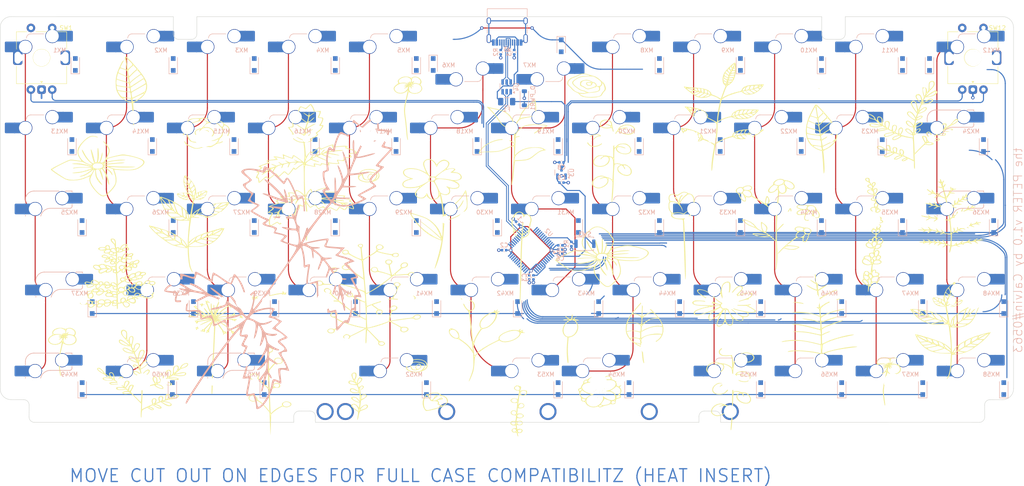
<source format=kicad_pcb>
(kicad_pcb (version 20240108) (generator "pcbnew") (generator_version "8.0")
  (layers (0 "F.Cu" signal) (31 "B.Cu" signal) (34 "B.Paste" user) (35 "F.Paste" user) (36 "B.SilkS" user "B.Silkscreen") (37 "F.SilkS" user "F.Silkscreen") (38 "B.Mask" user) (39 "F.Mask" user) (44 "Edge.Cuts" user))
  (net 0 "")
  (net 1 "GND")
  (net 2 "+3V3")
  (net 3 "NRST")
  (net 4 "+5V")
  (net 5 "ROW0")
  (net 6 "ROW1")
  (net 7 "ROW2")
  (net 8 " ROW3")
  (net 9 "ROW4")
  (net 10 "COL0")
  (net 11 "COL1")
  (net 12 "COL2")
  (net 13 "COL3")
  (net 14 "COL4")
  (net 15 "COL5")
  (net 16 "COL6")
  (net 17 "COL7")
  (net 18 "COL8")
  (net 19 "COL9")
  (net 20 "COL10")
  (net 21 "COL11")
  (net 22 "Net-(D1-A)")
  (net 23 "ROTARY_A")
  (net 24 "ROTARY_B")
  (net 25 "Net-(D2-A)")
  (net 26 "Net-(D3-A)")
  (net 27 "Net-(D4-A)")
  (net 28 "Net-(D5-A)")
  (net 29 "Net-(D6-A)")
  (net 30 "ROTARY_D")
  (net 31 "ROTARY_C")
  (net 32 "Net-(D7-A)")
  (net 33 "Net-(D8-A)")
  (net 34 "Net-(D9-A)")
  (net 35 "Net-(D10-A)")
  (net 36 "Net-(D11-A)")
  (net 37 "Net-(D12-A)")
  (net 38 "Net-(D13-A)")
  (net 39 "Net-(D14-A)")
  (net 40 "Net-(D15-A)")
  (net 41 "Net-(D16-A)")
  (net 42 "Net-(D17-A)")
  (net 43 "Net-(D18-A)")
  (net 44 "Net-(D19-A)")
  (net 45 "Net-(D20-A)")
  (net 46 "Net-(D21-A)")
  (net 47 "Net-(D22-A)")
  (net 48 "Net-(D23-A)")
  (net 49 "Net-(D24-A)")
  (net 50 "Net-(D25-A)")
  (net 51 "Net-(D26-A)")
  (net 52 "Net-(D27-A)")
  (net 53 "Net-(D28-A)")
  (net 54 "Net-(D29-A)")
  (net 55 "Net-(D30-A)")
  (net 56 "Net-(D31-A)")
  (net 57 "Net-(D32-A)")
  (net 58 "Net-(D33-A)")
  (net 59 "Net-(D34-A)")
  (net 60 "Net-(D35-A)")
  (net 61 "Net-(D36-A)")
  (net 62 "Net-(D37-A)")
  (net 63 "Net-(D38-A)")
  (net 64 "Net-(D39-A)")
  (net 65 "Net-(D40-A)")
  (net 66 "Net-(D41-A)")
  (net 67 "Net-(D42-A)")
  (net 68 "Net-(D43-A)")
  (net 69 "Net-(D44-A)")
  (net 70 "Net-(D45-A)")
  (net 71 "Net-(D46-A)")
  (net 72 "Net-(D47-A)")
  (net 73 "Net-(D48-A)")
  (net 74 "Net-(D49-A)")
  (net 75 "Net-(D50-A)")
  (net 76 "Net-(D51-A)")
  (net 77 "Net-(D52-A)")
  (net 78 "Net-(D53-A)")
  (net 79 "Net-(D54-A)")
  (net 80 "Net-(D55-A)")
  (net 81 "Net-(D56-A)")
  (net 82 "Net-(D57-A)")
  (net 83 "Net-(D58-A)")
  (net 84 "VBUS")
  (net 86 "/CC1")
  (net 87 "D_USB_P")
  (net 89 "/CC2")
  (net 90 "D_USB_N")
  (net 91 "D_N")
  (net 92 "D_P")
  (net 93 "BOOT0")
  (net 95 "rG")
  (net 101 "rF")
  (net 103 "rC")
  (net 105 "rB")
  (net 106 "rH")
  (net 107 "rD")
  (net 109 "rE")
  (net 111 "ROW3")
  (net 112 "rA")
  (footprint "LOGO" (layer "F.Cu") (at 146.846472 94.322952)
    (property "Reference" "G***" (hide yes))
    (property "Value" "LOGO" (hide yes))
  )
  (footprint "PCM_marbastlib-various:ROT_Alps_EC11E-Switch" (layer "F.Cu") (at 33.3375 49.2125)
    (property "Reference" "SW1")
    (property "Value" "RotaryEncoder_Switch")
  )
  (footprint "PCM_marbastlib-mx:STAB_MX_P_2.25u" (layer "F.Cu") (at 164.30625 125.4125 180)
    (property "Reference" "S2" (hide yes))
    (property "Value" "MX_stab")
  )
  (footprint "PCM_marbastlib-mx:STAB_MX_P_2.75u" (layer "F.Cu") (at 116.68125 125.4125 180)
    (property "Reference" "S3" (hide yes))
    (property "Value" "MX_stab")
  )
  (footprint "PCM_marbastlib-various:ROT_Alps_EC11E-Switch" (layer "F.Cu") (at 252.2855 49.2125)
    (property "Reference" "SW12")
    (property "Value" "RotaryEncoder_Switch")
  )
  (footprint "PCM_marbastlib-mx:STAB_MX_P_6u" (layer "F.Cu") (at 147.6375 125.4125 180)
    (property "Reference" "S1" (hide yes))
    (property "Value" "MX_stab")
  )
  (footprint "Diode_SMD:D_SOD-123F" (layer "B.Cu") (at 107.15625 107.95 90)
    (property "Reference" "D40" (hide yes))
    (property "Value" "D_Small")
  )
  (footprint "PCM_marbastlib-mx:SW_MX_HS_S_CPG151101S11_1u" (layer "B.Cu") (at 214.3125 125.4125 180)
    (property "Reference" "MX56")
    (property "Value" "MX-NoLED")
  )
  (footprint "Diode_SMD:D_SOD-123F" (layer "B.Cu") (at 102.39375 88.9 90)
    (property "Reference" "D28" (hide yes))
    (property "Value" "D_Small")
  )
  (footprint "Capacitor_SMD:C_0402_1005Metric" (layer "B.Cu") (at 155.293675 94.306283)
    (property "Reference" "C5")
    (property "Value" "100nF")
  )
  (footprint "PCM_marbastlib-mx:SW_MX_HS_CPG151101S11_1.25u" (layer "B.Cu") (at 78.4987 125.4125 180)
    (property "Reference" "MX51")
    (property "Value" "MX-NoLED")
  )
  (footprint "Capacitor_SMD:C_0402_1005Metric" (layer "B.Cu") (at 155.26125 95.25)
    (property "Reference" "C6")
    (property "Value" "10uF")
  )
  (footprint "PCM_marbastlib-mx:SW_MX_HS_S_CPG151101S11_1u" (layer "B.Cu") (at 116.6749 125.4125 180)
    (property "Reference" "MX52")
    (property "Value" "MX-NoLED")
  )
  (footprint "PCM_marbastlib-mx:SW_MX_HS_S_CPG151101S11_1u" (layer "B.Cu") (at 33.3375 68.2625 180)
    (property "Reference" "MX13")
    (property "Value" "MX-NoLED")
  )
  (footprint "Package_TO_SOT_SMD:SOT-23-6" (layer "B.Cu") (at 142.6845 56.0705 90)
    (property "Reference" "U4")
    (property "Value" "USBLC6-2SC6")
  )
  (footprint "Connector_USB:USB_C_Receptacle_HRO_TYPE-C-31-M-12" (layer "B.Cu") (at 142.8125 41.5925)
    (property "Reference" "J3")
    (property "Value" "USB_C_Receptacle_USB2.0")
  )
  (footprint "Diode_SMD:D_SOD-123F" (layer "B.Cu") (at 192.88125 69.85 90)
    (property "Reference" "D21" (hide yes))
    (property "Value" "D_Small")
  )
  (footprint "Diode_SMD:D_SOD-123F" (layer "B.Cu") (at 64.29375 88.9 90)
    (property "Reference" "D26" (hide yes))
    (property "Value" "D_Small")
  )
  (footprint "Diode_SMD:D_SOD-123F" (layer "B.Cu") (at 197.64375 50.8 90)
    (property "Reference" "D9" (hide yes))
    (property "Value" "D_Small")
  )
  (footprint "Package_QFP:LQFP-48_7x7mm_P0.5mm" (layer "B.Cu") (at 148.43125 94.45625 135)
    (property "Reference" "U2")
    (property "Value" "STM32F072C8Tx")
  )
  (footprint "Capacitor_SMD:C_0402_1005Metric" (layer "B.Cu") (at 148.979119 100.851499 -90)
    (property "Reference" "C7")
    (property "Value" "100nF")
  )
  (footprint "Diode_SMD:D_SOD-123F" (layer "B.Cu") (at 64.09325 127 90)
    (property "Reference" "D50" (hide yes))
    (property "Value" "D_Small")
  )
  (footprint "PCM_marbastlib-mx:SW_MX_HS_CPG151101S11_1.5u" (layer "B.Cu") (at 38.0873 106.3625 180)
    (property "Reference" "MX37")
    (property "Value" "MX-NoLED")
  )
  (footprint "PCM_marbastlib-mx:SW_MX_HS_S_CPG151101S11_1u" (layer "B.Cu") (at 147.6375 68.2625 180)
    (property "Reference" "MX19")
    (property "Value" "MX-NoLED")
  )
  (footprint "Diode_SMD:D_SOD-123F" (layer "B.Cu") (at 183.35625 107.95 90)
    (property "Reference" "D44" (hide yes))
    (property "Value" "D_Small")
  )
  (footprint "Fuse:Fuse_1206_3216Metric" (layer "B.Cu") (at 142.6845 59.53125)
    (property "Reference" "F1")
    (property "Value" "500mA")
  )
  (footprint "PCM_marbastlib-mx:SW_MX_HS_S_CPG151101S11_1u" (layer "B.Cu") (at 164.2745 125.4125 180)
    (property "Reference" "MX54")
    (property "Value" "MX-NoLED")
  )
  (footprint "Diode_SMD:D_SOD-123F" (layer "B.Cu") (at 202.40625 107.95 90)
    (property "Reference" "D45" (hide yes))
    (property "Value" "D_Small")
  )
  (footprint "PCM_marbastlib-mx:SW_MX_HS_S_CPG151101S11_1u" (layer "B.Cu") (at 152.3365 49.2125)
    (property "Reference" "MX7")
    (property "Value" "MX-NoLED")
  )
  (footprint "Capacitor_SMD:C_0402_1005Metric" (layer "B.Cu") (at 145.25625 88.10625 135)
    (property "Reference" "C1")
    (property "Value" "100nF")
  )
  (footprint "LOGO" (layer "B.Cu") (at 88.550379 97.131982 145)
    (property "Reference" "G***" (hide yes))
    (property "Value" "LOGO" (hide yes))
  )
  (footprint "Diode_SMD:D_SOD-123F" (layer "B.Cu") (at 116.68125 69.85 90)
    (property "Reference" "D17" (hide yes))
    (property "Value" "D_Small")
  )
  (footprint "Resistor_SMD:R_0402_1005Metric" (layer "B.Cu") (at 141.2875 47.90875 -90)
    (property "Reference" "R2")
    (property "Value" "5k1")
  )
  (footprint "Diode_SMD:D_SOD-123F" (layer "B.Cu") (at 123.82505 127 90)
    (property "Reference" "D52" (hide yes))
    (property "Value" "D_Small")
  )
  (footprint "PCM_marbastlib-mx:SW_MX_HS_S_CPG151101S11_1u" (layer "B.Cu") (at 214.3125 106.3625 180)
    (property "Reference" "MX46")
    (property "Value" "MX-NoLED")
  )
  (footprint "Diode_SMD:D_SOD-123F" (layer "B.Cu") (at 259.55625 127 90)
    (property "Reference" "D58" (hide yes))
    (property "Value" "D_Small")
  )
  (footprint "Diode_SMD:D_SOD-123F" (layer "B.Cu") (at 69.05625 107.95 90)
    (property "Reference" "D38" (hide yes))
    (property "Value" "D_Small")
  )
  (footprint "PCM_marbastlib-mx:SW_MX_HS_S_CPG151101S11_1u" (layer "B.Cu") (at 252.4125 106.3625 180)
    (property "Reference" "MX48")
    (property "Value" "MX-NoLED")
  )
  (footprint "PCM_marbastlib-mx:SW_MX_HS_S_CPG151101S11_1u" (layer "B.Cu") (at 52.3875 68.2625 180)
    (property "Reference" "MX14")
    (property "Value" "MX-NoLED")
  )
  (footprint "PCM_marbastlib-mx:SW_MX_HS_S_CPG151101S11_1u" (layer "B.Cu") (at 252.3871 49.2125 180)
    (property "Reference" "MX12")
    (property "Value" "MX-NoLED")
  )
  (footprint "PCM_marbastlib-mx:SW_MX_HS_S_CPG151101S11_1u" (layer "B.Cu") (at 133.2865 87.3125 180)
    (property "Reference" "MX30")
    (property "Value" "MX-NoLED")
  )
  (footprint "Diode_SMD:D_SOD-123F" (layer "B.Cu") (at 235.74375 88.9 90)
    (property "Reference" "D35" (hide yes))
    (property "Value" "D_Small")
  )
  (footprint "PCM_marbastlib-mx:SW_MX_HS_S_CPG151101S11_1u" (layer "B.Cu") (at 71.4375 68.2625 180)
    (property "Reference" "MX15")
    (property "Value" "MX-NoLED")
  )
  (footprint "Diode_SMD:D_SOD-123F" (layer "B.Cu") (at 230.98125 69.8818 90)
    (property "Reference" "D23" (hide yes))
    (property "Value" "D_Small")
  )
  (footprint "Diode_SMD:D_SOD-123F" (layer "B.Cu") (at 145.25625 107.95 90)
    (property "Reference" "D42" (hide yes))
    (property "Value" "D_Small")
  )
  (footprint "Diode_SMD:D_SOD-123F" (layer "B.Cu") (at 240.50625 107.95 90)
    (property "Reference" "D47" (hide yes))
    (property "Value" "D_Small")
  )
  (footprint "Diode_SMD:D_SOD-123F" (layer "B.Cu") (at 102.39375 50.8 90)
    (property "Reference" "D4" (hide yes))
    (property "Value" "D_Small")
  )
  (footprint "Diode_SMD:D_SOD-123F" (layer "B.Cu") (at 83.34375 50.8 90)
    (property "Reference" "D3" (hide yes))
    (property "Value" "D_Small")
  )
  (footprint "Package_TO_SOT_SMD:SOT-23" (layer "B.Cu") (at 155.575 76.2 90)
    (property "Reference" "U3")
    (property "Value" "XC6206PxxxMR-Regulator_Linear")
  )
  (footprint "PCM_marbastlib-mx:SW_MX_HS_S_CPG151101S11_1u" (layer "B.Cu") (at 57.0865 87.3125 180)
    (property "Reference" "MX26")
    (property "Value" "MX-NoLED")
  )
  (footprint "Diode_SMD:D_SOD-123F" (layer "B.Cu") (at 83.34375 88.9 90)
    (property "Reference" "D27" (hide yes))
    (property "Value" "D_Small")
  )
  (footprint "Diode_SMD:D_SOD-123F" (layer "B.Cu") (at 242.09375 50.8 90)
    (property "Reference" "D12" (hide yes))
    (property "Value" "D_Small")
  )
  (footprint "PCM_marbastlib-mx:SW_MX_HS_S_CPG151101S11_1u" (layer "B.Cu") (at 228.5365 49.2125 180)
    (property "Reference" "MX11")
    (property "Value" "MX-NoLED")
  )
  (footprint "PCM_marbastlib-mx:SW_MX_HS_S_CPG151101S11_1u" (layer "B.Cu") (at 195.2625 106.3625 180)
    (property "Reference" "MX45")
    (property "Value" "MX-NoLED")
  )
  (footprint "PCM_marbastlib-mx:SW_MX_HS_S_CPG151101S11_1u" (layer "B.Cu") (at 128.5875 68.2625 180)
    (property "Reference" "MX18")
    (property "Value" "MX-NoLED")
  )
  (footprint "Diode_SMD:D_SOD-123F" (layer "B.Cu") (at 41.275 50.8 90)
    (property "Reference" "D1" (hide yes))
    (property "Value" "D_Small")
  )
  (footprint "PCM_marbastlib-mx:SW_MX_HS_S_CPG151101S11_1u" (layer "B.Cu") (at 171.3865 87.3125 180)
    (property "Reference" "MX32")
    (property "Value" "MX-NoLED")
  )
  (footprint "PCM_marbastlib-mx:SW_MX_HS_S_CPG151101S11_1u" (layer "B.Cu") (at 204.7875 68.2625 180)
    (property "Reference" "MX22")
    (property "Value" "MX-NoLED")
  )
  (footprint "Resistor_SMD:R_0402_1005Metric" (layer "B.Cu") (at 157.90014 93.008061 -90)
    (property "Reference" "R1")
    (property "Value" "10k")
  )
  (footprint "PCM_marbastlib-mx:SW_MX_HS_S_CPG151101S11_1u" (layer "B.Cu") (at 228.5365 87.3125 180)
    (property "Reference" "MX35")
    (property "Value" "MX-NoLED")
  )
  (footprint "Diode_SMD:D_SOD-123F" (layer "B.Cu") (at 45.24375 107.95 90)
    (property "Reference" "D37" (hide yes))
    (property "Value" "D_Small")
  )
  (footprint "PCM_marbastlib-mx:SW_MX_HS_S_CPG151101S11_1u" (layer "B.Cu") (at 76.1365 87.3125 180)
    (property "Reference" "MX27")
    (property "Value" "MX-NoLED")
  )
  (footprint "PCM_marbastlib-mx:SW_MX_HS_S_CPG151101S11_1u" (layer "B.Cu") (at 157.1625 106.3625 180)
    (property "Reference" "MX43")
    (property "Value" "MX-NoLED")
  )
  (footprint "Diode_SMD:D_SOD-123F" (layer "B.Cu") (at 88.10625 107.95 90)
    (property "Reference" "D39" (hide yes))
    (property "Value" "D_Small")
  )
  (footprint "Diode_SMD:D_SOD-123F" (layer "B.Cu") (at 235.74375 50.8 90)
    (property "Reference" "D11" (hide yes))
    (property "Value" "D_Small")
  )
  (footprint "PCM_marbastlib-mx:SW_MX_HS_S_CPG151101S11_1u" (layer "B.Cu") (at 76.1365 49.2125 180)
    (property "Reference" "MX3")
    (property "Value" "MX-NoLED")
  )
  (footprint "Capacitor_SMD:C_0402_1005Metric" (layer "B.Cu") (at 155.575 78.58125 180)
    (property "Reference" "C9")
    (property "Value" "1uF")
  )
  (footprint "Diode_SMD:D_SOD-123F" (layer "B.Cu") (at 85.69325 127 90)
    (property "Reference" "D51" (hide yes))
    (property "Value" "D_Small")
  )
  (footprint "Resistor_SMD:R_0402_1005Metric" (layer "B.Cu") (at 144.4625 47.90875 -90)
    (property "Reference" "R3")
    (property "Value" "5k1")
  )
  (footprint "PCM_marbastlib-mx:SW_MX_HS_S_CPG151101S11_1u" (layer "B.Cu") (at 190.4365 87.3125 180)
    (property "Reference" "MX33")
    (property "Value" "MX-NoLED")
  )
  (footprint "Diode_SMD:D_SOD-123F" (layer "B.Cu") (at 197.64375 88.9 90)
    (property "Reference" "D33" (hide yes))
    (property "Value" "D_Small")
  )
  (footprint "Diode_SMD:D_SOD-123F" (layer "B.Cu") (at 155.5115 46.4185 -90)
    (property "Reference" "D7" (hide yes))
    (property "Value" "D_Small")
  )
  (footprint "Diode_SMD:D_SOD-123F" (layer "B.Cu") (at 126.20625 107.95 90)
    (property "Reference" "D41" (hide yes))
    (property "Value" "D_Small")
  )
  (footprint "PCM_marbastlib-mx:SW_MX_HS_S_CPG151101S11_1u" (layer "B.Cu") (at 57.0611 125.4125 180)
    (property "Reference" "MX50")
    (property "Value" "MX-NoLED")
  )
  (footprint "Diode_SMD:D_SOD-123F" (layer "B.Cu") (at 164.30625 107.95 90)
    (property "Reference" "D43" (hide yes))
    (property "Value" "D_Small")
  )
  (footprint "PCM_marbastlib-mx:SW_MX_HS_S_CPG151101S11_1u" (layer "B.Cu") (at 233.3625 106.3625 180)
    (property "Reference" "MX47")
    (property "Value" "MX-NoLED")
  )
  (footprint "Diode_SMD:D_SOD-123F" (layer "B.Cu") (at 240.50625 127 90)
    (property "Reference" "D57" (hide yes))
    (property "Value" "D_Small")
  )
  (footprint "PCM_marbastlib-mx:SW_MX_HS_S_CPG151101S11_1u" (layer "B.Cu") (at 95.1865 87.3125 180)
    (property "Reference" "MX28")
    (property "Value" "MX-NoLED")
  )
  (footprint "Capacitor_SMD:C_0402_1005Metric" (layer "B.Cu") (at 155.575 73.81875)
    (property "Reference" "C8")
    (property "Value" "1uF")
  )
  (footprint "Diode_SMD:D_SOD-123F" (layer "B.Cu") (at 40.48125 69.85 90)
    (property "Reference" "D13" (hide yes))
    (property "Value" "D_Small")
  )
  (footprint "Diode_SMD:D_SOD-123F" (layer "B.Cu") (at 216.69375 50.8 90)
    (property "Reference" "D10" (hide yes))
    (property "Value" "D_Small")
  )
  (footprint "Diode_SMD:D_SOD-123F" (layer "B.Cu") (at 97.63125 69.85 90)
    (property "Reference" "D16" (hide yes))
    (property "Value" "D_Small")
  )
  (footprint "PCM_marbastlib-mx:SW_MX_HS_S_CPG151101S11_1u" (layer "B.Cu") (at 133.2865 49.2125)
    (property "Reference" "MX6")
    (property "Value" "MX-NoLED")
  )
  (footprint "PCM_marbastlib-mx:SW_MX_HS_CPG151101S11_1.25u" (layer "B.Cu") (at 35.6235 125.4125 180)
    (property "Reference" "MX49")
    (property "Value" "MX-NoLED")
  )
  (footprint "PCM_marbastlib-mx:SW_MX_HS_S_CPG151101S11_1u" (layer "B.Cu") (at 209.4865 49.2125 180)
    (property "Reference" "MX10")
    (property "Value" "MX-NoLED")
  )
  (footprint "PCM_marbastlib-mx:SW_MX_HS_S_CPG151101S11_1u" (layer "B.Cu") (at 171.3865 49.2125 180)
    (property "Reference" "MX8")
    (property "Value" "MX-NoLED")
  )
  (footprint "Diode_SMD:D_SOD-123F" (layer "B.Cu") (at 42.86255 88.9 90)
    (property "Reference" "D25" (hide yes))
    (property "Value" "D_Small")
  )
  (footprint "Diode_SMD:D_SOD-123F" (layer "B.Cu") (at 178.59375 88.9 90)
    (property "Reference" "D32" (hide yes))
    (property "Value" "D_Small")
  )
  (footprint "Diode_SMD:D_SOD-123F" (layer "B.Cu") (at 178.59375 50.8 90)
    (property "Reference" "D8" (hide yes))
    (property "Value" "D_Small")
  )
  (footprint "Diode_SMD:D_SOD-123F" (layer "B.Cu") (at 259.55625 107.95 90)
    (property "Reference" "D48" (hide yes))
    (property "Value" "D_Small")
  )
  (footprint "Diode_SMD:D_SOD-123F" (layer "B.Cu") (at 221.45625 127 90)
    (property "Reference" "D56" (hide yes))
    (property "Value" "D_Small")
  )
  (footprint "Diode_SMD:D_SOD-123F" (layer "B.Cu") (at 140.49375 88.9 90)
    (property "Reference" "D30" (hide yes))
    (property "Value" "D_Small")
  )
  (footprint "Diode_SMD:D_SOD-123F" (layer "B.Cu") (at 211.93125 69.85 90)
    (property "Reference" "D22" (hide yes))
    (property "Value" "D_Small")
  )
  (footprint "Diode_SMD:D_SOD-123F" (layer "B.Cu") (at 154.78125 127 90)
    (property "Reference" "D53" (hide yes))
    (property "Value" "D_Small")
  )
  (footprint "Diode_SMD:D_SOD-123F" (layer "B.Cu") (at 216.69375 88.9 90)
    (property "Reference" "D34" (hide yes))
    (property "Value" "D_Small")
  )
  (footprint "PCM_marbastlib-mx:SW_MX_HS_S_CPG151101S11_1u" (layer "B.Cu") (at 190.4365 49.2125 180)
    (property "Reference" "MX9")
    (property "Value" "MX-NoLED")
  )
  (footprint "Diode_SMD:D_SOD-123F" (layer "B.Cu") (at 125.4125 50.8 -90)
    (property "Reference" "D6" (hide yes))
    (property "Value" "D_Small")
  )
  (footprint "PCM_marbastlib-mx:SW_MX_HS_S_CPG151101S11_1u" (layer "B.Cu") (at 138.1125 106.3625 180)
    (property "Reference" "MX42")
    (property "Value" "MX-NoLED")
  )
  (footprint "Diode_SMD:D_SOD-123F" (layer "B.Cu") (at 135.73125 69.85 90)
    (property "Reference" "D18" (hide yes))
    (property "Value" "D_Small")
  )
  (footprint "PCM_marbastlib-mx:SW_MX_HS_CPG151101S11_1.5u" (layer "B.Cu") (at 247.6373 68.2625 180)
    (property "Reference" "MX24")
    (property "Value" "MX-NoLED")
  )
  (footprint "PCM_marbastlib-mx:SW_MX_HS_S_CPG151101S11_1u" (layer "B.Cu") (at 166.6875 68.2625 180)
    (property "Reference" "MX20")
    (property "Value" "MX-NoLED")
  )
  (footprint "Diode_SMD:D_SOD-123" (layer "B.Cu") (at 146.84375 58.7375 90)
    (property "Reference" "D_PWR1")
    (property "Value" "SMF9.0CA")
  )
  (footprint "PCM_marbastlib-mx:SW_MX_HS_S_CPG151101S11_1u" (layer "B.Cu") (at 33.3375 49.2125 180)
    (property "Reference" "MX1")
    (property "Value" "MX-NoLED")
  )
  (footprint "Diode_SMD:D_SOD-123F" (layer "B.Cu") (at 154.78125 69.85 90)
    (property "Reference" "D19" (hide yes))
    (property "Value" "D_Small")
  )
  (footprint "Diode_SMD:D_SOD-123F" (layer "B.Cu") (at 221.45625 107.95 90)
    (property "Reference" "D46" (hide yes))
    (property "Value" "D_Small")
  )
  (footprint "PCM_marbastlib-mx:SW_MX_HS_S_CPG151101S11_1u" (layer "B.Cu") (at 90.4875 68.2625 180)
    (property "Reference" "MX16")
    (property "Value" "MX-NoLED")
  )
  (footprint "PCM_marbastlib-mx:SW_MX_HS_S_CPG151101S11_1u" (layer "B.Cu") (at 61.9125 106.3625 180)
    (property "Reference" "MX38")
    (property "Value" "MX-NoLED")
  )
  (footprint "Diode_SMD:D_SOD-123F" (layer "B.Cu") (at 159.54375 88.9 90)
    (property "Reference" "D31" (hide yes))
    (property "Value" "D_Small")
  )
  (footprint "PCM_marbastlib-mx:SW_MX_HS_S_CPG151101S11_1u" (layer "B.Cu") (at 152.3365 87.3125 180)
    (property "Reference" "MX31")
    (property "Value" "MX-NoLED")
  )
  (footprint "Diode_SMD:D_SOD-123F" (layer "B.Cu") (at 121.44375 88.9 90)
    (property "Reference" "D29" (hide yes))
    (property "Value" "D_Small")
  )
  (footprint "PCM_marbastlib-mx:SW_MX_HS_S_CPG151101S11_1u" (layer "B.Cu") (at 147.6375 125.4125 180)
    (property "Reference" "MX53")
    (property "Value" "MX-NoLED")
  )
  (footprint "PCM_marbastlib-mx:SW_MX_HS_S_CPG151101S11_1u" (layer "B.Cu") (at 114.2365 87.3125 180)
    (property "Reference" "MX29")
    (property "Value" "MX-NoLED")
  )
  (footprint "PCM_marbastlib-mx:SW_MX_HS_S_CPG151101S11_1u" (layer "B.Cu") (at 80.9625 106.3625 180)
    (property "Reference" "MX39")
    (property "Value" "MX-NoLED")
  )
  (footprint "PCM_marbastlib-mx:SW_MX_HS_S_CPG151101S11_1u" (layer "B.Cu") (at 195.2625 125.4125 180)
    (property "Reference" "MX55")
    (property "Value" "MX-NoLED")
  )
  (footprint "Diode_SMD:D_SOD-123F" (layer "B.Cu") (at 171.45005 127 90)
    (property "Reference" "D54" (hide yes))
    (property "Value" "D_Small")
  )
  (footprint "PCM_marbastlib-mx:SW_MX_HS_S_CPG151101S11_1u" (layer "B.Cu") (at 100.0125 106.3625 180)
    (property "Reference" "MX40")
    (property "Value" "MX-NoLED")
  )
  (footprint "PCM_marbastlib-mx:SW_MX_HS_S_CPG151101S11_1u" (layer "B.Cu") (at 185.7375 68.2625 180)
    (property "Reference" "MX21")
    (property "Value" "MX-NoLED")
  )
  (footprint "PCM_marbastlib-mx:SW_MX_HS_S_CPG151101S11_1u" (layer "B.Cu") (at 114.2365 49.2125 180)
    (property "Reference" "MX5")
    (property "Value" "MX-NoLED")
  )
  (footprint "Diode_SMD:D_SOD-123F" (layer "B.Cu") (at 64.29375 50.8 90)
    (property "Reference" "D2" (hide yes))
    (property "Value" "D_Small")
  )
  (footprint "PCM_marbastlib-mx:SW_MX_HS_S_CPG151101S11_1u" (layer "B.Cu") (at 176.2125 106.3625 180)
    (property "Reference" "MX44")
    (property "Value" "MX-NoLED")
  )
  (footprint "PCM_marbastlib-mx:SW_MX_HS_CPG151101S11_1.25u" (layer "B.Cu") (at 249.9741 87.3125 180)
    (property "Reference" "MX36")
    (property "Value" "MX-NoLED")
  )
  (footprint "PCM_marbastlib-mx:SW_MX_HS_S_CPG151101S11_1u" (layer "B.Cu") (at 95.1865 49.2125 180)
    (property "Reference" "MX4")
    (property "Value" "MX-NoLED")
  )
  (footprint "Diode_SMD:D_SOD-123F" (layer "B.Cu") (at 121.44375 50.8 90)
    (property "Reference" "D5" (hide yes))
    (property "Value" "D_Small")
  )
  (footprint "Diode_SMD:D_SOD-123F" (layer "B.Cu") (at 254.79375 69.85 90)
    (property "Reference" "D24" (hide yes))
    (property "Value" "D_Small")
  )
  (footprint "Diode_SMD:D_SOD-123F" (layer "B.Cu") (at 173.83125 69.85 90)
    (property "Reference" "D20" (hide yes))
    (property "Value" "D_Small")
  )
  (footprint "PCM_marbastlib-mx:SW_MX_HS_CPG151101S11_1.25u" (layer "B.Cu") (at 35.6489 87.3125 180)
    (property "Reference" "MX25")
    (property "Value" "MX-NoLED")
  )
  (footprint "Capacitor_SMD:C_0402_1005Metric" (layer "B.Cu") (at 148.000286 100.84542 -90)
    (property "Reference" "C3")
    (property "Value" "100nF")
  )
  (footprint "Capacitor_SMD:C_0402_1005Metric" (layer "B.Cu") (at 155.299544 93.318648)
    (property "Reference" "C4")
    (property "Value" "100nF")
  )
  (footprint "Capacitor_SMD:C_0402_1005Metric" (layer "B.Cu") (at 142.08125 94.45625 180)
    (property "Reference" "C2")
    (property "Value" "100nF")
  )
  (footprint "PCM_marbastlib-mx:SW_MX_HS_S_CPG151101S11_1u" (layer "B.Cu") (at 109.5375 68.2625 180)
    (property "Reference" "MX17")
    (property "Value" "MX-NoLED")
  )
  (footprint "Diode_SMD:D_SOD-123F" (layer "B.Cu") (at 257.175 88.9 90)
    (property "Reference" "D36" (hide yes))
    (property "Value" "D_Small")
  )
  (footprint "PCM_marbastlib-mx:SW_MX_HS_S_CPG151101S11_1u" (layer "B.Cu") (at 119.0625 106.3625 180)
    (property "Reference" "MX41")
    (property "Value" "MX-NoLED")
  )
  (footprint "Diode_SMD:D_SOD-123F" (layer "B.Cu") (at 59.38125 69.85 90)
    (property "Reference" "D14" (hide yes))
    (property "Value" "D_Small")
  )
  (footprint "PCM_marbastlib-mx:SW_MX_HS_S_CPG151101S11_1u" (layer "B.Cu") (at 209.4865 87.3125 180)
    (property "Reference" "MX34")
    (property "Value" "MX-NoLED")
  )
  (footprint "Diode_SMD:D_SOD-123F" (layer "B.Cu") (at 42.89325 127 90)
    (property "Reference" "D49" (hide yes))
    (property "Value" "D_Small")
  )
  (footprint "Diode_SMD:D_SOD-123F" (layer "B.Cu") (at 202.40625 127 90)
    (property "Reference" "D55" (hide yes))
    (property "Value" "D_Small")
  )
  (footprint "PCM_marbastlib-mx:SW_MX_HS_S_CPG151101S11_1u" (layer "B.Cu") (at 252.4125 125.4125 180)
    (property "Reference" "MX58")
    (property "Value" "MX-NoLED")
  )
  (footprint "Button_Switch_SMD:SW_Push_SPST_NO_Alps_SKRK" (layer "B.Cu") (at 161.07514 92.951174 180)
    (property "Reference" "SW3")
    (property "Value" "SKQGABE010")
  )
  (footprint "PCM_marbastlib-mx:SW_MX_HS_S_CPG151101S11_1u" (layer "B.Cu") (at 57.15 49.2125 180)
    (property "Reference" "MX2")
    (property "Value" "MX-NoLED")
  )
  (footprint "PCM_marbastlib-mx:SW_MX_HS_S_CPG151101S11_1u" (layer "B.Cu") (at 233.3625 125.4125 180)
    (property "Reference" "MX57")
    (property "Value" "MX-NoLED")
  )
  (footprint "PCM_marbastlib-mx:SW_MX_HS_S_CPG151101S11_1u" (layer "B.Cu") (at 223.8375 68.2625 180)
    (property "Reference" "MX23")
    (property "Value" "MX-NoLED")
  )
  (footprint "Diode_SMD:D_SOD-123F" (layer "B.Cu") (at 78.58125 69.85 90)
    (property "Reference" "D15" (hide yes))
    (property "Value" "D_Small")
  )
  (gr_arc (start 92.637474 133.549526) (mid 93.009473 132.651539) (end 93.907474 132.279526) (stroke (width 0.1)) (layer "Edge.Cuts"))
  (gr_line (start 216.7509 39.5605) (end 69.85 39.5605) (stroke (width 0.1)) (layer "Edge.Cuts"))
  (gr_line (start 192.967474 133.549526) (end 192.9765 134.9375) (stroke (width 0.1)) (layer "Edge.Cuts"))
  (gr_line (start 31.665956 134.936478) (end 92.6465 134.9375) (stroke (width 0.1)) (layer "Edge.Cuts"))
  (gr_line (start 69.85 39.5605) (end 69.85 43.6245) (stroke (width 0.1)) (layer "Edge.Cuts"))
  (gr_line (start 192.9765 134.9375) (end 253.795044 134.943078) (stroke (width 0.1)) (layer "Edge.Cuts"))
  (gr_arc (start 23.6177 42.0939) (mid 24.361649 40.297848) (end 26.1577 39.5539) (stroke (width 0.1)) (layer "Edge.Cuts"))
  (gr_line (start 261.8433 127.0635) (end 261.843295 42.1005) (stroke (width 0.1)) (layer "Edge.Cuts"))
  (gr_line (start 92.637474 133.549526) (end 92.6465 134.9375) (stroke (width 0.1)) (layer "Edge.Cuts"))
  (gr_arc (start 187.887474 133.549526) (mid 188.259473 132.651539) (end 189.157474 132.279526) (stroke (width 0.1)) (layer "Edge.Cuts"))
  (gr_line (start 191.697474 132.279526) (end 189.157474 132.279526) (stroke (width 0.1)) (layer "Edge.Cuts"))
  (gr_arc (start 65.5955 44.8945) (mid 64.697474 44.522526) (end 64.3255 43.6245) (stroke (width 0.1)) (layer "Edge.Cuts"))
  (gr_arc (start 255.065044 133.673078) (mid 254.693076 134.571112) (end 253.795044 134.943078) (stroke (width 0.1)) (layer "Edge.Cuts"))
  (gr_line (start 29.14438 129.60126) (end 26.1577 129.5969) (stroke (width 0.1)) (layer "Edge.Cuts"))
  (gr_line (start 96.447474 132.279526) (end 93.907474 132.279526) (stroke (width 0.1)) (layer "Edge.Cuts"))
  (gr_arc (start 31.665956 134.936478) (mid 30.767961 134.564485) (end 30.395956 133.666478) (stroke (width 0.1)) (layer "Edge.Cuts"))
  (gr_arc (start 96.447474 132.279526) (mid 97.345507 132.651493) (end 97.717474 133.549526) (stroke (width 0.1)) (layer "Edge.Cuts"))
  (gr_line (start 259.3033 129.6035) (end 256.31662 129.60786) (stroke (width 0.1)) (layer "Edge.Cuts"))
  (gr_arc (start 218.0209 44.8945) (mid 217.122874 44.522526) (end 216.7509 43.6245) (stroke (width 0.1)) (layer "Edge.Cuts"))
  (gr_line (start 259.303295 39.5605) (end 222.2775 39.5605) (stroke (width 0.1)) (layer "Edge.Cuts"))
  (gr_line (start 216.7509 39.5605) (end 216.7509 43.6245) (stroke (width 0.1)) (layer "Edge.Cuts"))
  (gr_line (start 30.395956 133.666478) (end 30.41438 130.87126) (stroke (width 0.1)) (layer "Edge.Cuts"))
  (gr_arc (start 191.697474 132.279526) (mid 192.595507 132.651493) (end 192.967474 133.549526) (stroke (width 0.1)) (layer "Edge.Cuts"))
  (gr_arc (start 259.303295 39.5605) (mid 261.099324 40.304461) (end 261.843295 42.1005) (stroke (width 0.1)) (layer "Edge.Cuts"))
  (gr_arc (start 222.2775 43.6245) (mid 221.905526 44.522526) (end 221.0075 44.8945) (stroke (width 0.1)) (layer "Edge.Cuts"))
  (gr_arc (start 69.85 43.6245) (mid 69.478026 44.522526) (end 68.58 44.8945) (stroke (width 0.1)) (layer "Edge.Cuts"))
  (gr_line (start 64.3255 39.5605) (end 26.1577 39.5539) (stroke (width 0.1)) (layer "Edge.Cuts"))
  (gr_line (start 218.0209 44.8945) (end 221.0075 44.8945) (stroke (width 0.1)) (layer "Edge.Cuts"))
  (gr_line (start 23.6177 42.0939) (end 23.6177 127.0569) (stroke (width 0.1)) (layer "Edge.Cuts"))
  (gr_arc (start 255.04662 130.87786) (mid 255.418577 129.979817) (end 256.31662 129.60786) (stroke (width 0.1)) (layer "Edge.Cuts"))
  (gr_line (start 64.3255 39.5605) (end 64.3255 43.6245) (stroke (width 0.1)) (layer "Edge.Cuts"))
  (gr_line (start 65.5955 44.8945) (end 68.58 44.8945) (stroke (width 0.1)) (layer "Edge.Cuts"))
  (gr_line (start 97.717474 133.549526) (end 97.7265 134.9375) (stroke (width 0.1)) (layer "Edge.Cuts"))
  (gr_line (start 97.7265 134.9375) (end 187.8965 134.9375) (stroke (width 0.1)) (layer "Edge.Cuts"))
  (gr_arc (start 261.8433 127.0635) (mid 261.099354 128.859565) (end 259.3033 129.6035) (stroke (width 0.1)) (layer "Edge.Cuts"))
  (gr_arc (start 26.1577 129.5969) (mid 24.361643 128.852949) (end 23.6177 127.0569) (stroke (width 0.1)) (layer "Edge.Cuts"))
  (gr_line (start 255.04662 130.87786) (end 255.065044 133.673078) (stroke (width 0.1)) (layer "Edge.Cuts"))
  (gr_line (start 187.887474 133.549526) (end 187.8965 134.9375) (stroke (width 0.1)) (layer "Edge.Cuts"))
  (gr_line (start 222.2775 39.5605) (end 222.2775 43.6245) (stroke (width 0.1)) (layer "Edge.Cuts"))
  (gr_arc (start 29.14438 129.60126) (mid 30.042392 129.973229) (end 30.41438 130.87126) (stroke (width 0.1)) (layer "Edge.Cuts"))
  (gr_text "MOVE CUT OUT ON EDGES FOR FULL CASE COMPATIBILITZ (HEAT INSERT)" (at 39.6875 149.225 0) (layer "B.Cu") (effects (font (size 3 3) (thickness 0.3) (bold yes)) (justify left bottom)))
  (gr_text "the PETER v1.0 by Calvin#0563" (at 262.89 94.488 90) (layer "B.SilkS") (effects (font (size 2 2)) (justify mirror)))
  (segment (start 166.085868 92.7989) (end 178.716579 92.7989) (width 0.254) (layer "B.Cu") (net 0))
  (segment (start 178.7779 92.7735) (end 180.244918 92.7735) (width 0.254) (layer "B.Cu") (net 0))
  (segment (start 152.680302 98.7425) (end 162.084375 98.7425) (width 0.254) (layer "B.Cu") (net 0))
  (segment (start 166.297784 93.3069) (end 179.172481 93.3069) (width 0.254) (layer "B.Cu") (net 0))
  (segment (start 152.893087 99.1235) (end 162.429454 99.1235) (width 0.254) (layer "B.Cu") (net 0))
  (segment (start 180.26725 92.78275) (end 180.2765 92.792) (width 0.254) (layer "B.Cu") (net 0))
  (arc (start 179.172481 93.3069) (mid 179.697584 93.41135) (end 180.142746 93.708797) (width 0.254) (layer "B.Cu") (net 0))
  (arc (start 162.084375 98.7425) (mid 163.54459 98.452045) (end 164.7825 97.6249) (width 0.254) (layer "B.Cu") (net 0))
  (arc (start 178.716579 92.7989) (mid 178.749766 92.792298) (end 178.7779 92.7735) (width 0.254) (layer "B.Cu") (net 0))
  (arc (start 162.429454 99.1235) (mid 163.922855 98.826444) (end 165.1889 97.9805) (width 0.254) (layer "B.Cu") (net 0))
  (arc (start 180.244918 92.7735) (mid 180.257004 92.775903) (end 180.26725 92.78275) (width 0.254) (layer "B.Cu") (net 0))
  (arc (start 164.7825 97.6249) (mid 165.271268 96.893408) (end 165.4429 96.030554) (width 0.254) (layer "B.Cu") (net 0))
  (arc (start 165.1889 97.9805) (mid 165.752863 97.136471) (end 165.9509 96.14087) (width 0.254) (layer "B.Cu") (net 0))
  (via (at 157.1625 78.58125) (size 0.8) (drill 0.4) (layers "F.Cu" "B.Cu") (net 1))
  (via (at 148.020869 102.08264) (size 0.8) (drill 0.4) (layers "F.Cu" "B.Cu") (net 1))
  (via (at 140.846772 94.45625) (size 0.8) (drill 0.4) (layers "F.Cu" "B.Cu") (net 1))
  (via (at 252.2855 58.6105) (size 0.8) (drill 0.4) (layers "F.Cu" "B.Cu") (net 1))
  (via (at 155.575 76.99375) (size 0.8) (drill 0.4) (layers "F.Cu" "B.Cu") (net 1))
  (via (at 144.4625 49.2125) (size 0.8) (drill 0.4) (layers "F.Cu" "B.Cu") (net 1))
  (via (at 153.9875 73.81875) (size 0.8) (drill 0.4) (layers "F.Cu" "B.Cu") (net 1))
  (via (at 146.84375 58.7375) (size 0.8) (drill 0.4) (layers "F.Cu" "B.Cu") (net 1))
  (via (at 141.2875 49.2125) (size 0.8) (drill 0.4) (layers "F.Cu" "B.Cu") (net 1))
  (via (at 157.93801 94.261699) (size 0.8) (drill 0.4) (layers "F.Cu" "B.Cu") (net 1))
  (via (at 156.409281 94.306283) (size 0.8) (drill 0.4) (layers "F.Cu" "B.Cu") (net 1))
  (via (at 144.247301 87.109242) (size 0.8) (drill 0.4) (layers "F.Cu" "B.Cu") (net 1))
  (via (at 156.36875 95.25) (size 0.8) (drill 0.4) (layers "F.Cu" "B.Cu") (net 1))
  (via (at 156.315501 93.324129) (size 0.8) (drill 0.4) (layers "F.Cu" "B.Cu") (net 1))
  (via (at 148.980245 102.0455) (size 0.8) (drill 0.4) (layers "F.Cu" "B.Cu") (net 1))
  (segment (start 148.979119 101.331499) (end 148.979119 102.044374) (width 0.254) (layer "B.Cu") (net 1))
  (segment (start 146.2175 45.6375) (end 147.1325 44.7225) (width 0.254) (layer "B.Cu") (net 1))
  (segment (start 155.779544 93.318648) (end 156.31002 93.318648) (width 0.254) (layer "B.Cu") (net 1))
  (segment (start 144.4625 48.41875) (end 144.4625 49.2125) (width 0.254) (layer "B.Cu") (net 1))
  (segment (start 141.60125 94.45625) (end 140.846772 94.45625) (width 0.254) (layer "B.Cu") (net 1))
  (segment (start 148.000286 102.062057) (end 148.020869 102.08264) (width 0.254) (layer "B.Cu") (net 1))
  (segment (start 157.90014 94.223829) (end 157.93801 94.261699) (width 0.254) (layer "B.Cu") (net 1))
  (segment (start 155.71875 77.1375) (end 155.575 76.99375) (width 0.254) (layer "B.Cu") (net 1))
  (segment (start 156.525 77.1375) (end 155.71875 77.1375) (width 0.254) (layer "B.Cu") (net 1))
  (segment (start 155.773675 94.306283) (end 156.409281 94.306283) (width 0.254) (layer "B.Cu") (net 1))
  (segment (start 252.2855 58.6105) (end 252.2855 56.7125) (width 0.386) (layer "B.Cu") (net 1))
  (segment (start 139.5625 45.6375) (end 139.4075 45.6375) (width 0.254) (layer "B.Cu") (net 1))
  (segment (start 138.4925 40.5425) (end 147.1325 40.5425) (width 0.254) (layer "B.Cu") (net 1))
  (segment (start 155.74125 95.25) (end 156.36875 95.25) (width 0.254) (layer "B.Cu") (net 1))
  (segment (start 33.3375 58.7375) (end 33.3375 56.7125) (width 0.386) (layer "B.Cu") (net 1))
  (segment (start 147.1325 40.5425) (end 147.1325 44.7225) (width 0.254) (layer "B.Cu") (net 1))
  (segment (start 138.4925 44.7225) (end 138.4925 40.5425) (width 0.254) (layer "B.Cu") (net 1))
  (segment (start 155.095 73.81875) (end 153.9875 73.81875) (width 0.254) (layer "B.Cu") (net 1))
  (segment (start 146.0625 45.6375) (end 146.2175 45.6375) (width 0.254) (layer "B.Cu") (net 1))
  (segment (start 156.31002 93.318648) (end 156.315501 93.324129) (width 0.254) (layer "B.Cu") (net 1))
  (segment (start 144.904898 87.766839) (end 144.247301 87.109242) (width 0.254) (layer "B.Cu") (net 1))
  (segment (start 148.979119 102.044374) (end 148.980245 102.0455) (width 0.254) (layer "B.Cu") (net 1))
  (segment (start 148.000286 101.32542) (end 148.000286 102.062057) (width 0.254) (layer "B.Cu") (net 1))
  (segment (start 139.4075 45.6375) (end 138.4925 44.7225) (width 0.254) (layer "B.Cu") (net 1))
  (segment (start 157.90014 93.518061) (end 157.90014 94.223829) (width 0.254) (layer "B.Cu") (net 1))
  (segment (start 146.84375 57.0875) (end 146.84375 58.7375) (width 0.254) (layer "B.Cu") (net 1))
  (segment (start 144.916839 87.766839) (end 144.904898 87.766839) (width 0.254) (layer "B.Cu") (net 1))
  (segment (start 156.055 78.58125) (end 157.1625 78.58125) (width 0.254) (layer "B.Cu") (net 1))
  (segment (start 141.2875 48.41875) (end 141.2875 49.2125) (width 0.254) (layer "B.Cu") (net 1))
  (segment (start 153.19375 94.45625) (end 148.431249 99.218751) (width 0.254) (layer "F.Cu") (net 2))
  (segment (start 148.431249 99.218751) (end 148.431249 99.296093) (width 0.254) (layer "F.Cu") (net 2))
  (segment (start 147.6375 88.9) (end 146.05 88.9) (width 0.254) (layer "F.Cu") (net 2))
  (segment (start 153.19375 94.45625) (end 147.6375 88.9) (width 0.254) (layer "F.Cu") (net 2))
  (segment (start 148.431249 99.280098) (end 143.643138 94.491987) (width 0.254) (layer "F.Cu") (net 2))
  (segment (start 143.643138 94.491987) (end 143.643138 91.306862) (width 0.254) (layer "F.Cu") (net 2))
  (segment (start 148.431249 99.296093) (end 148.431249 99.280098) (width 0.254) (layer "F.Cu") (net 2))
  (segment (start 143.643138 91.306862) (end 146.05 88.9) (width 0.254) (layer "F.Cu") (net 2))
  (via (at 148.431249 99.296093) (size 0.8) (drill 0.4) (layers "F.Cu" "B.Cu") (net 2))
  (via (at 153.19375 94.45625) (size 0.8) (drill 0.4) (layers "F.Cu" "B.Cu") (net 2))
  (via (at 143.643138 94.491987) (size 0.8) (drill 0.4) (layers "F.Cu" "B.Cu") (net 2))
  (via (at 146.05 88.9) (size 0.8) (drill 0.4) (layers "F.Cu" "B.Cu") (net 2))
  (segment (start 161.13125 91.28125) (end 161.13125 94.45625) (width 0.254) (layer "B.Cu") (net 2))
  (segment (start 154.331352 93.318648) (end 153.19375 94.45625) (width 0.254) (layer "B.Cu") (net 2))
  (segment (start 153.9875 95.25) (end 153.19375 94.45625) (width 0.254) (layer "B.Cu") (net 2))
  (segment (start 154.625 78.11125) (end 155.095 78.58125) (width 0.254) (layer "B.Cu") (net 2))
  (segment (start 154.813675 94.306283) (end 153.343717 94.306283) (width 0.254) (layer "B.Cu") (net 2))
  (segment (start 155.095 78.58125) (end 156.9445 80.43075) (width 0.254) (layer "B.Cu") (net 2))
  (segment (start 145.595661 88.445661) (end 146.05 88.9) (width 0.254) (layer "B.Cu") (net 2))
  (segment (start 143.607401 94.45625) (end 143.643138 94.491987) (width 0.254) (layer "B.Cu") (net 2))
  (segment (start 159.6835 95.904) (end 155.43525 95.904) (width 0.254) (layer "B.Cu") (net 2))
  (segment (start 153.19375 93.582838) (end 153.319126 93.457462) (width 0.254) (layer "B.Cu") (net 2))
  (segment (start 153.19375 94.45625) (end 153.19375 95.329662) (width 0.254) (layer "B.Cu") (net 2))
  (segment (start 146.764088 88.9) (end 147.432462 89.568374) (width 0.254) (layer "B.Cu") (net 2))
  (segment (start 154.819544 93.318648) (end 154.331352 93.318648) (width 0.254) (layer "B.Cu") (net 2))
  (segment (start 161.13125 94.45625) (end 159.6835 95.904) (width 0.254) (layer "B.Cu") (net 2))
  (segment (start 153.19375 94.45625) (end 153.19375 93.582838) (width 0.254) (layer "B.Cu") (net 2))
  (segment (start 154.625 77.1375) (end 154.625 78.11125) (width 0.254) (layer "B.Cu") (net 2))
  (segment (start 148.000286 99.727056) (end 148.431249 99.296093) (width 0.254) (layer "B.Cu") (net 2))
  (segment (start 163.3601 97.3709) (end 164.026403 96.704596) (width 0.254) (layer "B.Cu") (net 2))
  (segment (start 153.343717 94.306283) (end 153.19375 94.45625) (width 0.254) (layer "B.Cu") (net 2))
  (segment (start 148.000286 100.36542) (end 148.000286 99.727056) (width 0.254) (layer "B.Cu") (net 2))
  (segment (start 156.9445 80.43075) (end 159.80575 80.43075) (width 0.254) (layer "B.Cu") (net 2))
  (segment (start 153.19375 95.329662) (end 153.319126 95.455038) (width 0.254) (layer "B.Cu") (net 2))
  (segment (start 148.431249 99.296093) (end 148.431249 98.940723) (width 0.254) (layer "B.Cu") (net 2))
  (segment (start 148.431249 98.940723) (end 149.586914 97.785058) (width 0.254) (layer "B.Cu") (net 2))
  (segment (start 146.05 88.9) (end 146.764088 88.9) (width 0.254) (layer "B.Cu") (net 2))
  (segment (start 162.801174 92.951174) (end 163.17514 92.951174) (width 0.254) (layer "B.Cu") (net 2))
  (segment (start 159.80575 80.43075) (end 161.13125 81.75625) (width 0.254) (layer "B.Cu") (net 2))
  (segment (start 143.643138 95.355274) (end 143.643138 94.491987) (width 0.254) (layer "B.Cu") (net 2))
  (segment (start 161.13125 91.28125) (end 162.801174 92.951174) (width 0.254) (layer "B.Cu") (net 2))
  (segment (start 155.43525 95.904) (end 154.78125 95.25) (width 0.254) (layer "B.Cu") (net 2))
  (segment (start 143.543374 95.455038) (end 143.643138 95.355274) (width 0.254) (layer "B.Cu") (net 2))
  (segment (start 154.78125 95.25) (end 153.9875 95.25) (width 0.254) (layer "B.Cu") (net 2))
  (segment (start 149.586914 97.785058) (end 149.992292 97.785058) (width 0.254) (layer "B.Cu") (net 2))
  (segment (start 142.56125 94.45625) (end 143.607401 94.45625) (width 0.254) (layer "B.Cu") (net 2))
  (segment (start 154.467349 97.9805) (end 161.888396 97.9805) (width 0.254) (layer "B.Cu") (net 2))
  (segment (start 149.992292 97.785058) (end 150.490699 98.283465) (width 0.254) (layer "B.Cu") (net 2))
  (segment (start 161.13125 81.75625) (end 161.13125 91.28125) (width 0.254) (layer "B.Cu") (net 2))
  (arc (start 161.888396 97.9805) (mid 162.684876 97.82207) (end 163.3601 97.3709) (width 0.254) (layer "B.Cu") (net 2))
  (segment (start 148.979119 100.371499) (end 149.804857 100.371499) (width 0.254) (layer "B.Cu") (net 3))
  (segment (start 149.804857 100.371499) (end 151.696213 98.480143) (width 0.254) (layer "B.Cu") (net 3))
  (segment (start 151.696213 98.480143) (end 151.696213 98.074767) (width 0.254) (layer "B.Cu") (net 3))
  (segment (start 151.696213 98.074767) (end 151.197805 97.576359) (width 0.254) (layer "B.Cu") (net 3))
  (segment (start 156.36875 73.505) (end 156.055 73.81875) (width 0.254) (layer "B.Cu") (net 4))
  (segment (start 146.84375 59.53125) (end 146.84375 60.3875) (width 0.254) (layer "B.Cu") (net 4))
  (segment (start 146.84375 59.53125) (end 153.19375 59.53125) (width 0.254) (layer "B.Cu") (net 4))
  (segment (start 156.055 73.81875) (end 156.055 74.7825) (width 0.254) (layer "B.Cu") (net 4))
  (segment (start 156.055 74.7825) (end 155.575 75.2625) (width 0.254) (layer "B.Cu") (net 4))
  (segment (start 156.36875 72.23125) (end 156.36875 73.505) (width 0.254) (layer "B.Cu") (net 4))
  (segment (start 156.36875 71.4375) (end 156.36875 72.23125) (width 0.254) (layer "B.Cu") (net 4))
  (segment (start 156.36875 60.325) (end 156.36875 65.0875) (width 0.254) (layer "B.Cu") (net 4))
  (segment (start 144.0845 59.53125) (end 146.84375 59.53125) (width 0.254) (layer "B.Cu") (net 4))
  (segment (start 155.575 59.53125) (end 156.36875 60.325) (width 0.254) (layer "B.Cu") (net 4))
  (segment (start 153.19375 59.53125) (end 155.575 59.53125) (width 0.254) (layer "B.Cu") (net 4))
  (segment (start 156.36875 65.0875) (end 156.36875 71.4375) (width 0.254) (layer "B.Cu") (net 4))
  (segment (start 136.8425 42.2275) (end 148.6535 42.2275) (width 0.254) (layer "F.Cu") (net 5))
  (via (at 148.6535 42.2275) (size 0.8) (drill 0.4) (layers "F.Cu" "B.Cu") (net 5))
  (via (at 136.8425 42.2275) (size 0.8) (drill 0.4) (layers "F.Cu" "B.Cu") (net 5))
  (segment (start 155.569625 45.0185) (end 155.561875 45.0185) (width 0.254) (layer "B.Cu") (net 5))
  (segment (start 153.418035 45.0185) (end 155.1395 45.0185) (width 0.254) (layer "B.Cu") (net 5))
  (segment (start 155.344875 45.0185) (end 155.306125 45.0185) (width 0.254) (layer "B.Cu") (net 5))
  (segment (start 155.527 45.0185) (end 155.496 45.0185) (width 0.254) (layer "B.Cu") (net 5))
  (segment (start 160.943707 50.326707) (end 155.67934 45.06234) (width 0.254) (layer "B.Cu") (net 5))
  (segment (start 155.546375 45.0185) (end 155.538625 45.0185) (width 0.254) (layer "B.Cu") (net 5))
  (segment (start 155.383625 45.0185) (end 155.406875 45.0185) (width 0.254) (layer "B.Cu") (net 5))
  (segment (start 155.434 45.0185) (end 155.422375 45.0185) (width 0.254) (layer "B.Cu") (net 5))
  (segment (start 155.496 45.0185) (end 155.465 45.0185) (width 0.254) (layer "B.Cu") (net 5))
  (segment (start 155.383625 45.0185) (end 155.344875 45.0185) (width 0.254) (layer "B.Cu") (net 5))
  (segment (start 155.306125 45.0185) (end 155.2635 45.0185) (width 0.254) (layer "B.Cu") (net 5))
  (segment (start 155.422375 45.0185) (end 155.414625 45.0185) (width 0.254) (layer "B.Cu") (net 5))
  (segment (start 148.6535 42.2275) (end 150.049 43.623) (width 0.254) (layer "B.Cu") (net 5))
  (segment (start 164.791463 51.9205) (end 174.625 51.9205) (width 0.254) (layer "B.Cu") (net 5))
  (segment (start 155.5735 45.0185) (end 155.569625 45.0185) (width 0.254) (layer "B.Cu") (net 5))
  (segment (start 130.1115 44.8915) (end 130.411036 44.8915) (width 0.254) (layer "B.Cu") (net 5))
  (segment (start 155.554125 45.0185) (end 155.561875 45.0185) (width 0.254) (layer "B.Cu") (net 5))
  (segment (start 155.554125 45.0185) (end 155.546375 45.0185) (width 0.254) (layer "B.Cu") (net 5))
  (segment (start 155.414625 45.0185) (end 155.406875 45.0185) (width 0.254) (layer "B.Cu") (net 5))
  (segment (start 155.2635 45.0185) (end 155.1395 45.0185) (width 0.254) (layer "B.Cu") (net 5))
  (segment (start 155.538625 45.0185) (end 155.527 45.0185) (width 0.254) (layer "B.Cu") (net 5))
  (segment (start 155.465 45.0185) (end 155.434 45.0185) (width 0.254) (layer "B.Cu") (net 5))
  (arc (start 155.5735 45.0185) (mid 155.63078 45.029893) (end 155.67934 45.06234) (width 0.254) (layer "B.Cu") (net 5))
  (arc (start 153.418035 45.0185) (mid 151.594726 44.655821) (end 150.049 43.623) (width 0.254) (layer "B.Cu") (net 5))
  (arc (start 164.791463 51.9205) (mid 162.709072 51.506286) (end 160.943707 50.326707) (width 0.254) (layer "B.Cu") (net 5))
  (arc (start 130.411036 44.8915) (mid 133.891719 44.199149) (end 136.8425 42.2275) (width 0.254) (layer "B.Cu") (net 5))
  (segment (start 254.79375 71.25) (end 256.204262 71.25) (width 0.254) (layer "B.Cu") (net 6))
  (arc (start 251.441762 70.9705) (mid 254.341809 71.547356) (end 256.80035 73.1901) (width 0.254) (layer "B.Cu") (net 6))
  (segment (start 258.049 90.8916) (end 258.049 90.493619) (width 0.254) (layer "B.Cu") (net 7))
  (segment (start 236.5375 90.3) (end 257.9688 90.3) (width 0.254) (layer "B.Cu") (net 7))
  (segment (start 259.9055 55.258538) (end 259.9055 83.899456) (width 0.254) (layer "B.Cu") (net 7))
  (segment (start 259.5245 77.850497) (end 259.5245 87.825606) (width 0.254) (layer "B.Cu") (net 7))
  (segment (start 178.59375 90.3) (end 197.64375 90.3) (width 0.254) (layer "B.Cu") (net 7))
  (segment (start 216.69375 90.3) (end 235.74375 90.3) (width 0.254) (layer "B.Cu") (net 7))
  (segment (start 164.940315 90.9955) (end 254.2159 90.9955) (width 0.254) (layer "B.Cu") (net 7))
  (segment (start 165.109796 91.3765) (end 254.22985 91.3765) (width 0.254) (layer "B.Cu") (net 7))
  (segment (start 197.64375 90.3) (end 216.69375 90.3) (width 0.254) (layer "B.Cu") (net 7))
  (segment (start 255.618315 52.0065) (end 256.653462 52.0065) (width 0.254) (layer "B.Cu") (net 7))
  (segment (start 164.460268 90.6145) (end 252.7173 90.6145) (width 0.254) (layer "B.Cu") (net 7))
  (segment (start 259.912023 83.905979) (end 259.912023 88.507191) (width 0.254) (layer "B.Cu") (net 7))
  (segment (start 259.9055 83.899456) (end 259.912023 83.905979) (width 0.254) (layer "B.Cu") (net 7))
  (arc (start 257.9688 90.3) (mid 258.012592 90.308711) (end 258.049717 90.333517) (width 0.254) (layer "B.Cu") (net 7))
  (arc (start 259.5245 87.825606) (mid 259.432082 88.29022) (end 259.1689 88.6841) (width 0.254) (layer "B.Cu") (net 7))
  (arc (start 254.22985 91.3765) (mid 257.150279 90.79559) (end 259.6261 89.1413) (width 0.254) (layer "B.Cu") (net 7))
  (arc (start 257.681074 91.044) (mid 257.880194 91.004392) (end 258.049 90.8916) (width 0.254) (layer "B.Cu") (net 7))
  (arc (start 257.5941 73.1901) (mid 259.022805 75.328308) (end 259.5245 77.850497) (width 0.254) (layer "B.Cu") (net 7))
  (arc (start 256.653462 52.0065) (mid 257.897963 52.254047) (end 258.953 52.959) (width 0.254) (layer "B.Cu") (net 7))
  (arc (start 259.1689 88.6841) (mid 256.608676 90.394786) (end 253.588687 90.9955) (width 0.254) (layer "B.Cu") (net 7))
  (arc (start 258.953 52.959) (mid 259.657953 54.014037) (end 259.9055 55.258538) (width 0.254) (layer "B.Cu") (net 7))
  (arc (start 258.049 90.493619) (mid 258.028157 90.388833) (end 257.9688 90.3) (width 0.254) (layer "B.Cu") (net 7))
  (arc (start 259.912023 88.507191) (mid 259.85319 88.802964) (end 259.685648 89.053708) (width 0.254) (layer "B.Cu") (net 7))
  (segment (start 259.9055 104.7623) (end 259.8801 104.7877) (width 0.254) (layer "B.Cu") (net 8))
  (segment (start 88.10625 109.35) (end 107.15625 109.35) (width 0.254) (layer "B.Cu") (net 8))
  (segment (start 259.8801 104.7877) (end 259.8801 104.958563) (width 0.254) (layer "B.Cu") (net 8))
  (segment (start 240.50625 109.35) (end 259.55625 109.35) (width 0.254) (layer "B.Cu") (net 8))
  (segment (start 45.24375 109.35) (end 69.05625 109.35) (width 0.254) (layer "B.Cu") (net 8))
  (segment (start 259.2705 94.6785) (end 258.795195 94.203195) (width 0.254) (layer "B.Cu") (net 8))
  (segment (start 69.05625 109.35) (end 88.10625 109.35) (width 0.254) (layer "B.Cu") (net 8))
  (segment (start 165.670752 92.1385) (end 252.372047 92.1385) (width 0.254) (layer "B.Cu") (net 8))
  (segment (start 164.275522 109.332) (end 162.61485 109.332) (width 0.254) (layer "B.Cu") (net 8))
  (segment (start 259.9055 96.211525) (end 259.9055 104.7623) (width 0.254) (layer "B.Cu") (net 8))
  (segment (start 145.25625 109.35) (end 146.670995 109.35) (width 0.254) (layer "B.Cu") (net 8))
  (segment (start 126.20625 109.35) (end 145.25625 109.35) (width 0.254) (layer "B.Cu") (net 8))
  (segment (start 107.15625 109.35) (end 126.20625 109.35) (width 0.254) (layer "B.Cu") (net 8))
  (segment (start 164.30625 109.35) (end 183.35625 109.35) (width 0.254) (layer "B.Cu") (net 8))
  (segment (start 252.37917 92.145623) (end 253.827777 92.145623) (width 0.254) (layer "B.Cu") (net 8))
  (segment (start 183.35625 109.35) (end 202.40625 109.35) (width 0.254) (layer "B.Cu") (net 8))
  (segment (start 202.40625 109.35) (end 221.45625 109.35) (width 0.254) (layer "B.Cu") (net 8))
  (segment (start 252.372047 92.1385) (end 252.37917 92.145623) (width 0.254) (layer "B.Cu") (net 8))
  (segment (start 221.45625 109.35) (end 240.50625 109.35) (width 0.254) (layer "B.Cu") (net 8))
  (arc (start 259.2705 94.6785) (mid 259.740469 95.381858) (end 259.9055 96.211525) (width 0.254) (layer "B.Cu") (net 8))
  (arc (start 258.795195 94.203195) (mid 256.516125 92.680368) (end 253.827777 92.145623) (width 0.254) (layer "B.Cu") (net 8))
  (segment (start 221.45625 128.4) (end 240.50625 128.4) (width 0.254) (layer "B.Cu") (net 9))
  (segment (start 202.40625 128.4) (end 221.45625 128.4) (width 0.254) (layer "B.Cu") (net 9))
  (segment (start 154.920079 97.5995) (end 161.5567 97.5995) (width 0.254) (layer "B.Cu") (net 9))
  (segment (start 123.82505 128.4) (end 154.78125 128.4) (width 0.254) (layer "B.Cu") (net 9))
  (segment (start 154.78125 128.4) (end 171.45005 128.4) (width 0.254) (layer "B.Cu") (net 9))
  (segment (start 85.69325 128.4) (end 123.82505 128.4) (width 0.254) (layer "B.Cu") (net 9))
  (segment (start 171.45005 128.4) (end 202.40625 128.4) (width 0.254) (layer "B.Cu") (net 9))
  (segment (start 64.09325 128.4) (end 85.69325 128.4) (width 0.254) (layer "B.Cu") (net 9))
  (segment (start 42.89325 128.4) (end 64.09325 128.4) (width 0.254) (layer "B.Cu") (net 9))
  (arc (start 161.5567 97.5995) (mid 162.401495 97.43146) (end 163.117678 96.952922) (width 0.254) (layer "B.Cu") (net 9))
  (segment (start 29.5275 65.7225) (end 29.5275 82.4611) (width 0.254) (layer "F.Cu") (net 10))
  (segment (start 34.2773 103.8225) (end 34.2773 120.4087) (width 0.254) (layer "F.Cu") (net 10))
  (segment (start 29.5275 46.6725) (end 29.5275 65.7225) (width 0.254) (layer "F.Cu") (net 10))
  (segment (start 31.8389 84.7725) (end 31.8389 101.3841) (width 0.254) (layer "F.Cu") (net 10))
  (arc (start 29.5275 82.4611) (mid 30.204493 84.095507) (end 31.8389 84.7725) (width 0.254) (layer "F.Cu") (net 10))
  (arc (start 34.2773 120.4087) (mid 33.55567 122.15087) (end 31.8135 122.8725) (width 0.254) (layer "F.Cu") (net 10))
  (arc (start 31.8389 101.3841) (mid 32.553091 103.108309) (end 34.2773 103.8225) (width 0.254) (layer "F.Cu") (net 10))
  (segment (start 58.1025 103.8225) (end 58.096922 103.823033) (width 0.254) (layer "F.Cu") (net 11))
  (segment (start 58.096922 103.823033) (end 58.0885 103.831455) (width 0.254) (layer "F.Cu") (net 11))
  (segment (start 48.5775 65.7225) (end 48.5775 80.0735) (width 0.254) (layer "F.Cu") (net 11))
  (segment (start 53.334422 46.673033) (end 53.326 46.681455) (width 0.254) (layer "F.Cu") (net 11))
  (segment (start 53.2765 84.7725) (end 53.2765 98.9965) (width 0.254) (layer "F.Cu") (net 11))
  (segment (start 53.326 46.681455) (end 53.326 60.974) (width 0.254) (layer "F.Cu") (net 11))
  (segment (start 53.34 46.6725) (end 53.334422 46.673033) (width 0.254) (layer "F.Cu") (net 11))
  (segment (start 58.0885 103.831455) (end 58.0885 118.0351) (width 0.254) (layer "F.Cu") (net 11))
  (arc (start 53.326 60.974) (mid 51.935197 64.331697) (end 48.5775 65.7225) (width 0.254) (layer "F.Cu") (net 11))
  (arc (start 58.0885 118.0351) (mid 56.671658 121.455658) (end 53.2511 122.8725) (width 0.254) (layer "F.Cu") (net 11))
  (arc (start 48.5775 80.0735) (mid 49.953805 83.396195) (end 53.2765 84.7725) (width 0.254) (layer "F.Cu") (net 11))
  (arc (start 53.2765 98.9965) (mid 54.690003 102.408997) (end 58.1025 103.8225) (width 0.254) (layer "F.Cu") (net 11))
  (segment (start 77.1525 103.8225) (end 77.1525 120.4087) (width 0.254) (layer "F.Cu") (net 12))
  (segment (start 72.3265 46.6725) (end 72.3265 61.0235) (width 0.254) (layer "F.Cu") (net 12))
  (segment (start 67.6275 65.7225) (end 67.621922 65.723033) (width 0.254) (layer "F.Cu") (net 12))
  (segment (start 72.3265 84.7725) (end 72.3265 98.9965) (width 0.254) (layer "F.Cu") (net 12))
  (segment (start 67.6135 65.731455) (end 67.6135 80.0595) (width 0.254) (layer "F.Cu") (net 12))
  (segment (start 67.621922 65.723033) (end 67.6135 65.731455) (width 0.254) (layer "F.Cu") (net 12))
  (arc (start 72.3265 61.0235) (mid 70.950195 64.346195) (end 67.6275 65.7225) (width 0.254) (layer "F.Cu") (net 12))
  (arc (start 67.6135 80.0595) (mid 68.993906 83.392094) (end 72.3265 84.7725) (width 0.254) (layer "F.Cu") (net 12))
  (arc (start 72.3265 98.9965) (mid 73.740003 102.408997) (end 77.1525 103.8225) (width 0.254) (layer "F.Cu") (net 12))
  (arc (start 77.1525 120.4087) (mid 76.43087 122.15087) (end 74.6887 122.8725) (width 0.254) (layer "F.Cu") (net 12))
  (segment (start 86.6775 65.7225) (end 86.6775 80.0735) (width 0.254) (layer "F.Cu") (net 13))
  (segment (start 91.3765 46.6725) (end 91.3765 61.0235) (width 0.254) (layer "F.Cu") (net 13))
  (segment (start 91.3765 84.7725) (end 91.3765 98.9965) (width 0.254) (layer "F.Cu") (net 13))
  (arc (start 91.3765 98.9965) (mid 92.790003 102.408997) (end 96.2025 103.8225) (width 0.254) (layer "F.Cu") (net 13))
  (arc (start 91.3765 61.0235) (mid 90.000195 64.346195) (end 86.6775 65.7225) (width 0.254) (layer "F.Cu") (net 13))
  (arc (start 86.6775 80.0735) (mid 88.053805 83.396195) (end 91.3765 84.7725) (width 0.254) (layer "F.Cu") (net 13))
  (segment (start 115.2525 103.8225) (end 115.2525 120.4849) (width 0.254) (layer "F.Cu") (net 14))
  (segment (start 105.7275 65.7225) (end 105.7275 80.0735) (width 0.254) (layer "F.Cu") (net 14))
  (segment (start 110.4265 84.7725) (end 110.4265 98.9965) (width 0.254) (layer "F.Cu") (net 14))
  (segment (start 110.4265 46.6725) (end 110.4265 61.0235) (width 0.254) (layer "F.Cu") (net 14))
  (arc (start 110.4265 61.0235) (mid 109.050195 64.346195) (end 105.7275 65.7225) (width 0.254) (layer "F.Cu") (net 14))
  (arc (start 115.2525 120.4849) (mid 114.553188 122.173188) (end 112.8649 122.8725) (width 0.254) (layer "F.Cu") (net 14))
  (arc (start 110.4265 98.9965) (mid 111.840003 102.408997) (end 115.2525 103.8225) (width 0.254) (layer "F.Cu") (net 14))
  (arc (start 105.7275 80.0735) (mid 107.103805 83.396195) (end 110.4265 84.7725) (width 0.254) (layer "F.Cu") (net 14))
  (segment (start 137.094009 56.882959) (end 137.094009 60.094071) (width 0.254) (layer "F.Cu") (net 15))
  (segment (start 131.46558 65.7225) (end 124.7775 65.7225) (width 0.254) (layer "F.Cu") (net 15))
  (segment (start 129.4765 84.7725) (end 129.4765 98.9965) (width 0.254) (layer "F.Cu") (net 15))
  (segment (start 124.7775 65.7225) (end 124.7775 80.0735) (width 0.254) (layer "F.Cu") (net 15))
  (segment (start 134.3025 103.8225) (end 134.3025 113.3475) (width 0.254) (layer "F.Cu") (net 15))
  (segment (start 137.0965 51.7525) (end 137.0965 56.5785) (width 0.254) (layer "F.Cu") (net 15))
  (segment (start 137.0965 56.5785) (end 137.094009 56.882959) (width 0.254) (layer "F.Cu") (net 15))
  (arc (start 137.094009 60.094071) (mid 135.44548 64.073971) (end 131.46558 65.7225) (width 0.254) (layer "F.Cu") (net 15))
  (arc (start 134.3025 113.3475) (mid 137.092308 120.082692) (end 143.8275 122.8725) (width 0.254) (layer "F.Cu") (net 15))
  (arc (start 124.7775 80.0735) (mid 126.153805 83.396195) (end 129.4765 84.7725) (width 0.254) (layer "F.Cu") (net 15))
  (arc (start 129.4765 98.9965) (mid 130.890003 102.408997) (end 134.3025 103.8225) (width 0.254) (layer "F.Cu") (net 15))
  (segment (start 158.75 98.425) (end 153.3525 103.8225) (width 0.254) (layer "F.Cu") (net 16))
  (segment (start 143.8275 65.7225) (end 143.8275 80.0735) (width 0.254) (layer "F.Cu") (net 16))
  (segment (start 148.5265 84.7725) (end 156.652752 84.7725) (width 0.254) (layer "F.Cu") (net 16))
  (segment (start 156.36875 61.9125) (end 156.36875 51.97475) (width 0.254) (layer "F.Cu") (net 16))
  (segment (start 156.652752 84.7725) (end 158.75 86.869748) (width 0.254) (layer "F.Cu") (net 16))
  (segment (start 158.75 86.869748) (end 158.75 98.425) (width 0.254) (layer "F.Cu") (net 16))
  (segment (start 143.8275 65.7225) (end 152.55875 65.7225) (width 0.254) (layer "F.Cu") (net 16))
  (arc (start 152.55875 65.7225) (mid 155.252827 64.606577) (end 156.36875 61.9125) (width 0.254) (layer "F.Cu") (net 16))
  (arc (start 156.36875 51.97475) (mid 156.303654 51.817596) (end 156.1465 51.7525) (width 0.254) (layer "F.Cu") (net 16))
  (arc (start 143.8275 80.0735) (mid 145.203805 83.396195) (end 148.5265 84.7725) (width 0.254) (layer "F.Cu") (net 16))
  (segment (start 167.5765 46.6725) (end 167.570922 46.673033) (width 0.254) (layer "F.Cu") (net 17))
  (segment (start 167.5765 84.7725) (end 167.5765 98.9965) (width 0.254) (layer "F.Cu") (net 17))
  (segment (start 167.5625 46.681455) (end 167.5625 61.0375) (width 0.254) (layer "F.Cu") (net 17))
  (segment (start 172.3885 103.831455) (end 172.3885 114.298765) (width 0.254) (layer "F.Cu") (net 17))
  (segment (start 167.088846 122.8725) (end 160.4645 122.8725) (width 0.254) (layer "F.Cu") (net 17))
  (segment (start 172.3885 114.298765) (end 172.3885 117.572846) (width 0.254) (layer "F.Cu") (net 17))
  (segment (start 162.8775 65.7225) (end 162.8775 80.0735) (width 0.254) (layer "F.Cu") (net 17))
  (segment (start 172.4025 103.8225) (end 172.396922 103.823033) (width 0.254) (layer "F.Cu") (net 17))
  (segment (start 167.570922 46.673033) (end 167.5625 46.681455) (width 0.254) (layer "F.Cu") (net 17))
  (segment (start 172.396922 103.823033) (end 172.3885 103.831455) (width 0.254) (layer "F.Cu") (net 17))
  (arc (start 162.8775 80.0735) (mid 164.253805 83.396195) (end 167.5765 84.7725) (width 0.254) (layer "F.Cu") (net 17))
  (arc (start 167.5625 61.0375) (mid 166.190295 64.350295) (end 162.8775 65.7225) (width 0.254) (layer "F.Cu") (net 17))
  (arc (start 172.3885 117.572846) (mid 170.836267 121.320267) (end 167.088846 122.8725) (width 0.254) (layer "F.Cu") (net 17))
  (arc (start 167.5765 98.9965) (mid 168.990003 102.408997) (end 172.4025 103.8225) (width 0.254) (layer "F.Cu") (net 17))
  (segment (start 148.359423 109.294223) (end 148.4757 109.4105) (width 0.254) (layer "B.Cu") (net 17))
  (segment (start 151.035732 110.4709) (end 187.49552 110.4709) (width 0.254) (layer "B.Cu") (net 17))
  (segment (start 148.668508 108.892109) (end 148.9329 109.1565) (width 0.254) (layer "B.Cu") (net 17))
  (segment (start 151.186326 110.0899) (end 164.175427 110.0899) (width 0.254) (layer "B.Cu") (net 17))
  (arc (start 148.9329 109.1565) (mid 149.966781 109.847317) (end 151.186326 110.0899) (width 0.254) (layer "B.Cu") (net 17))
  (arc (start 148.4757 109.4105) (mid 149.650253 110.195311) (end 151.035732 110.4709) (width 0.254) (layer "B.Cu") (net 17))
  (arc (start 168.256177 110.5194) (mid 168.612215 110.448579) (end 168.91405 110.2469) (width 0.254) (layer "B.Cu") (net 17))
  (arc (start 147.1345 106.336997) (mid 147.452847 107.937436) (end 148.359423 109.294223) (width 0.254) (layer "B.Cu") (net 17))
  (arc (start 147.5155 106.1085) (mid 147.815157 107.614978) (end 148.668508 108.892109) (width 0.254) (layer "B.Cu") (net 17))
  (segment (start 186.6265 84.7725) (end 186.6265 98.9965) (width 0.254) (layer "F.Cu") (net 18))
  (segment (start 191.4525 103.8225) (end 191.4525 122.8725) (width 0.254) (layer "F.Cu") (net 18))
  (segment (start 186.6265 46.6725) (end 186.6265 61.0235) (width 0.254) (layer "F.Cu") (net 18))
  (segment (start 181.9275 65.7225) (end 181.9275 80.0735) (width 0.254) (layer "F.Cu") (net 18))
  (arc (start 181.9275 80.0735) (mid 183.303805 83.396195) (end 186.6265 84.7725) (width 0.254) (layer "F.Cu") (net 18))
  (arc (start 186.6265 98.9965) (mid 188.040003 102.408997) (end 191.4525 103.8225) (width 0.254) (layer "F.Cu") (net 18))
  (arc (start 186.6265 61.0235) (mid 185.250195 64.346195) (end 181.9275 65.7225) (width 0.254) (layer "F.Cu") (net 18))
  (segment (start 187.081846 110.8583) (end 205.748877 110.8583) (width 0.254) (layer "B.Cu") (net 18))
  (segment (start 150.690653 110.8519) (end 187.860146 110.8519) (width 0.254) (layer "B.Cu") (net 18))
  (arc (start 148.0693 109.7661) (mid 149.271987 110.56971) (end 150.690653 110.8519) (width 0.254) (layer "B.Cu") (net 18))
  (arc (start 147.464745 109.35) (mid 147.488263 109.345322) (end 147.5082 109.332) (width 0.254) (layer "B.Cu") (net 18))
  (arc (start 146.7535 106.589478) (mid 147.095466 108.308653) (end 148.0693 109.7661) (width 0.254) (layer "B.Cu") (net 18))
  (arc (start 192.37002 110.9004) (mid 192.717696 110.831242) (end 193.012442 110.6343) (width 0.254) (layer "B.Cu") (net 18))
  (arc (start 206.542627 110.8583) (mid 206.898665 110.787479) (end 207.2005 110.5858) (width 0.254) (layer "B.Cu") (net 18))
  (segment (start 210.5025 103.8225) (end 210.5025 122.8725) (width 0.254) (layer "F.Cu") (net 19))
  (segment (start 200.9775 65.7225) (end 200.9775 80.0735) (width 0.254) (layer "F.Cu") (net 19))
  (segment (start 205.6765 46.6725) (end 205.6765 61.0235) (width 0.254) (layer "F.Cu") (net 19))
  (segment (start 205.6765 84.7725) (end 205.6765 98.9965) (width 0.254) (layer "F.Cu") (net 19))
  (arc (start 205.6765 61.0235) (mid 204.300195 64.346195) (end 200.9775 65.7225) (width 0.254) (layer "F.Cu") (net 19))
  (arc (start 205.6765 98.9965) (mid 207.090003 102.408997) (end 210.5025 103.8225) (width 0.254) (layer "F.Cu") (net 19))
  (arc (start 200.9775 80.0735) (mid 202.353805 83.396195) (end 205.6765 84.7725) (width 0.254) (layer "F.Cu") (net 19))
  (segment (start 224.7265 46.6725) (end 224.7265 61.0235) (width 0.254) (layer "F.Cu") (net 20))
  (segment (start 229.5525 103.8225) (end 229.5525 122.8725) (width 0.254) (layer "F.Cu") (net 20))
  (segment (start 220.0275 65.7225) (end 220.0275 80.0735) (width 0.254) (layer "F.Cu") (net 20))
  (segment (start 224.7265 84.7725) (end 224.7265 98.9965) (width 0.254) (layer "F.Cu") (net 20))
  (arc (start 220.0275 80.0735) (mid 221.403805 83.396195) (end 224.7265 84.7725) (width 0.254) (layer "F.Cu") (net 20))
  (arc (start 224.7265 98.9965) (mid 226.140003 102.408997) (end 229.5525 103.8225) (width 0.254) (layer "F.Cu") (net 20))
  (arc (start 224.7265 61.0235) (mid 223.350195 64.346195) (end 220.0275 65.7225) (width 0.254) (layer "F.Cu") (net 20))
  (segment (start 206.3877 111.2393) (end 207.7085 111.2393) (width 0.254) (layer "B.Cu") (net 20))
  (segment (start 147.6629 110.0201) (end 147.836635 110.193835) (width 0.254) (layer "B.Cu") (net 20))
  (segment (start 206.3877 111.2393) (end 225.592627 111.2393) (width 0.254) (layer "B.Cu") (net 20))
  (segment (start 186.1185 111.2393) (end 206.3877 111.2393) (width 0.254) (layer "B.Cu") (net 20))
  (segment (start 211.5693 111.2393) (end 207.7085 111.2393) (width 0.254) (layer "B.Cu") (net 20))
  (segment (start 220.941876 111.2393) (end 216.255588 111.2393) (width 0.254) (layer "B.Cu") (net 20))
  (segment (start 216.255588 111.2393) (end 211.5693 111.2393) (width 0.254) (layer "B.Cu") (net 20))
  (segment (start 150.345159 111.2329) (end 186.1121 111.2329) (width 0.254) (layer "B.Cu") (net 20))
  (arc (start 225.592627 111.2393) (mid 225.948665 111.168479) (end 226.2505 110.9668) (width 0.254) (layer "B.Cu") (net 20))
  (arc (start 147.836635 110.193835) (mid 148.987556 110.962856) (end 150.345159 111.2329) (width 0.254) (layer "B.Cu") (net 20))
  (arc (start 146.3725 106.904799) (mid 146.707864 108.590787) (end 147.6629 110.0201) (width 0.254) (layer "B.Cu") (net 20))
  (segment (start 243.8273 65.7225) (end 243.8273 50.00625) (width 0.254) (layer "F.Cu") (net 21))
  (segment (start 246.1641 84.7725) (end 246.1641 101.3841) (width 0.254) (layer "F.Cu") (net 21))
  (segment (start 243.8273 65.7225) (end 243.8273 82.4357) (width 0.254) (layer "F.Cu") (net 21))
  (segment (start 248.5771 46.6725) (end 247.16105 46.6725) (width 0.254) (layer "F.Cu") (net 21))
  (segment (start 248.6025 103.8225) (end 248.6025 122.8725) (width 0.254) (layer "F.Cu") (net 21))
  (arc (start 247.16105 46.6725) (mid 244.803733 47.648933) (end 243.8273 50.00625) (width 0.254) (layer "F.Cu") (net 21))
  (arc (start 243.8273 82.4357) (mid 244.511733 84.088067) (end 246.1641 84.7725) (width 0.254) (layer "F.Cu") (net 21))
  (arc (start 246.1641 101.3841) (mid 246.878291 103.108309) (end 248.6025 103.8225) (width 0.254) (layer "F.Cu") (net 21))
  (segment (start 199.453524 111.6203) (end 194.767236 111.6203) (width 0.254) (layer "B.Cu") (net 21))
  (segment (start 146.61515 110.5281) (end 146.66564 110.57859) (width 0.254) (layer "B.Cu") (net 21))
  (segment (start 149.9743 111.6203) (end 194.767236 111.6203) (width 0.254) (layer "B.Cu") (net 21))
  (segment (start 199.453524 111.6203) (end 245.239179 111.6203) (width 0.254) (layer "B.Cu") (net 21))
  (segment (start 245.2751 111.6203) (end 245.3005 111.5949) (width 0.254) (layer "B.Cu") (net 21))
  (arc (start 145.19775 107.106194) (mid 145.566121 108.958116) (end 146.61515 110.5281) (width 0.254) (layer "B.Cu") (net 21))
  (arc (start 147.45939 110.57859) (mid 148.613241 111.349568) (end 149.9743 111.6203) (width 0.254) (layer "B.Cu") (net 21))
  (arc (start 245.239179 111.6203) (mid 245.272366 111.613698) (end 245.3005 111.5949) (width 0.254) (layer "B.Cu") (net 21))
  (segment (start 134.9375 59.6519) (end 31.493821 59.6519) (width 0.254) (layer "B.Cu") (net 23))
  (segment (start 135.683134 59.6519) (end 134.9375 59.6519) (width 0.254) (layer "B.Cu") (net 23))
  (segment (start 136.8815 64.647713) (end 136.8815 60.850265) (width 0.254) (layer "B.Cu") (net 23))
  (segment (start 30.8375 56.7125) (end 30.8375 58.995579) (width 0.254) (layer "B.Cu") (net 23))
  (arc (start 136.8815 60.850265) (mid 136.790279 60.39167) (end 136.530507 60.002893) (width 0.254) (layer "B.Cu") (net 23))
  (arc (start 136.530507 60.002893) (mid 136.141729 59.74312) (end 135.683134 59.6519) (width 0.254) (layer "B.Cu") (net 23))
  (arc (start 30.8375 58.995579) (mid 31.029732 59.459668) (end 31.493821 59.6519) (width 0.254) (layer "B.Cu") (net 23))
  (segment (start 36.642912 59.2709) (end 135.679719 59.2709) (width 0.254) (layer "B.Cu") (net 24))
  (segment (start 137.2605 65.558699) (end 137.2605 60.85168) (width 0.25) (layer "B.Cu") (net 24))
  (segment (start 35.8375 56.7125) (end 35.8375 58.465488) (width 0.254) (layer "B.Cu") (net 24))
  (arc (start 136.7975 59.7339) (mid 137.14017 60.246741) (end 137.2605 60.85168) (width 0.25) (layer "B.Cu") (net 24))
  (arc (start 136.7975 59.7339) (mid 136.284657 59.391229) (end 135.679719 59.2709) (width 0.25) (layer "B.Cu") (net 24))
  (arc (start 35.8375 58.465488) (mid 36.0734 59.035) (end 36.642912 59.2709) (width 0.254) (layer "B.Cu") (net 24))
  (segment (start 156.7815 68.2625) (end 156.7815 69.0118) (width 0.254) (layer "B.Cu") (net 30))
  (segment (start 248.7549 59.3725) (end 157.798434 59.3725) (width 0.254) (layer "B.Cu") (net 30))
  (segment (start 249.7855 56.7125) (end 249.7855 58.3419) (width 0.254) (layer "B.Cu") (net 30))
  (segment (start 156.7815 68.2625) (end 156.7815 72.23125) (width 0.254) (layer "B.Cu") (net 30))
  (segment (start 156.7815 60.389434) (end 156.7815 68.2625) (width 0.254) (layer "B.Cu") (net 30))
  (segment (start 157.798434 59.3725) (end 156.7815 60.389434) (width 0.254) (layer "B.Cu") (net 30))
  (arc (start 249.7855 58.3419) (mid 249.483644 59.070644) (end 248.7549 59.3725) (width 0.254) (layer "B.Cu") (net 30))
  (segment (start 157.95625 59.7535) (end 252.2855 59.7535) (width 0.254) (layer "B.Cu") (net 31))
  (segment (start 252.295762 59.749249) (end 253.99915 59.749249) (width 0.254) (layer "B.Cu") (net 31))
  (segment (start 254.7855 58.962899) (end 254.7855 56.7125) (width 0.254) (layer "B.Cu") (net 31))
  (segment (start 157.95625 59.7535) (end 157.1625 60.54725) (width 0.254) (layer "B.Cu") (net 31))
  (segment (start 252.2855 59.7535) (end 252.295762 59.749249) (width 0.254) (layer "B.Cu") (net 31))
  (segment (start 157.1625 61.9125) (end 157.1625 73.81875) (width 0.254) (layer "B.Cu") (net 31))
  (segment (start 157.1625 60.54725) (end 157.1625 61.9125) (width 0.254) (layer "B.Cu") (net 31))
  (arc (start 253.99915 59.749249) (mid 254.555183 59.518932) (end 254.7855 58.962899) (width 0.254) (layer "B.Cu") (net 31))
  (segment (start 165.629317 105.226933) (end 164.30625 106.55) (width 0.254) (layer "B.Cu") (net 68))
  (arc (start 163.0045 101.2825) (mid 162.626115 103.184768) (end 161.548567 104.797433) (width 0.254) (layer "B.Cu") (net 68))
  (arc (start 259.08635 104.958563) (mid 258.808592 106.354947) (end 258.017604 107.538744) (width 0.254) (layer "B.Cu") (net 73))
  (arc (start 258.017604 107.538744) (mid 256.487101 108.561393) (end 254.68175 108.9205) (width 0.254) (layer "B.Cu") (net 73))
  (segment (start 165.250221 91.7575) (end 253.842687 91.7575) (width 0.254) (layer "B.Cu") (net 83))
  (segment (start 260.2865 96.153814) (end 260.2865 124.438584) (width 0.254) (layer "B.Cu") (net 83))
  (arc (start 259.4229 94.0689) (mid 260.062057 95.025467) (end 260.2865 96.153814) (width 0.254) (layer "B.Cu") (net 83))
  (arc (start 253.842687 91.7575) (mid 256.862676 92.358214) (end 259.4229 94.0689) (width 0.254) (layer "B.Cu") (net 83))
  (segment (start 145.2625 52.38125) (end 144.4625 53.18125) (width 0.254) (layer "B.Cu") (net 84))
  (segment (start 145.2625 45.6375) (end 145.2625 52.38125) (width 0.254) (layer "B.Cu") (net 84))
  (segment (start 144.6395 44.3315) (end 145.2625 44.9545) (width 0.254) (layer "B.Cu") (net 84))
  (segment (start 145.2625 44.9545) (end 145.2625 45.6375) (width 0.254) (layer "B.Cu") (net 84))
  (segment (start 140.3625 45.6375) (end 140.3625 44.750935) (width 0.254) (layer "B.Cu") (net 84))
  (segment (start 140.781935 44.3315) (end 144.6395 44.3315) (width 0.254) (layer "B.Cu") (net 84))
  (segment (start 144.4625 54.76875) (end 144.4625 55.343) (width 0.254) (layer "B.Cu") (net 84))
  (segment (start 140.49375 58.7405) (end 141.2845 59.53125) (width 0.254) (layer "B.Cu") (net 84))
  (segment (start 143.162 55.8495) (end 141.855 55.8495) (width 0.254) (layer "B.Cu") (net 84))
  (segment (start 143.162 55.8495) (end 142.6845 55.372) (width 0.254) (layer "B.Cu") (net 84))
  (segment (start 144.4625 55.343) (end 143.956 55.8495) (width 0.254) (layer "B.Cu") (net 84))
  (segment (start 142.6845 55.372) (end 142.6845 54.933) (width 0.254) (layer "B.Cu") (net 84))
  (segment (start 144.4625 53.18125) (end 144.4625 54.76875) (width 0.254) (layer "B.Cu") (net 84))
  (segment (start 143.956 55.8495) (end 143.162 55.8495) (width 0.254) (layer "B.Cu") (net 84))
  (segment (start 141.855 55.8495) (end 140.49375 57.21075) (width 0.254) (layer "B.Cu") (net 84))
  (segment (start 140.49375 57.21075) (end 140.49375 58.7405) (width 0.254) (layer "B.Cu") (net 84))
  (segment (start 140.3625 44.750935) (end 140.781935 44.3315) (width 0.254) (layer "B.Cu") (net 84))
  (segment (start 141.5625 45.6375) (end 141.5625 47.12375) (width 0.254) (layer "B.Cu") (net 86))
  (segment (start 141.5625 47.12375) (end 141.2875 47.39875) (width 0.254) (layer "B.Cu") (net 86))
  (segment (start 143.5625 45.6375) (end 143.5625 46.793698) (width 0.2) (layer "B.Cu") (net 87))
  (segment (start 142.5895 44.6855) (end 143.4395 44.6855) (width 0.2) (layer "B.Cu") (net 87))
  (segment (start 143.5625 44.8085) (end 143.5625 45.6375) (width 0.2) (layer "B.Cu") (net 87))
  (segment (start 143.5625 46.793698) (end 142.9095 47.446698) (width 0.2) (layer "B.Cu") (net 87))
  (segment (start 142.9095 47.446698) (end 142.9095 53.8455) (width 0.2) (layer "B.Cu") (net 87))
  (segment (start 142.5625 44.7125) (end 142.5895 44.6855) (width 0.2) (layer "B.Cu") (net 87))
  (segment (start 143.4395 44.6855) (end 143.5625 44.8085) (width 0.2) (layer "B.Cu") (net 87))
  (segment (start 142.5625 45.6375) (end 142.5625 44.7125) (width 0.2) (layer "B.Cu") (net 87))
  (segment (start 142.9095 53.8455) (end 143.6345 54.5705) (width 0.2) (layer "B.Cu") (net 87))
  (segment (start 143.6345 54.5705) (end 143.6345 54.933) (width 0.2) (layer "B.Cu") (net 87))
  (segment (start 144.5625 47.29875) (end 144.4625 47.39875) (width 0.254) (layer "B.Cu") (net 89))
  (segment (start 144.5625 45.6375) (end 144.5625 47.29875) (width 0.254) (layer "B.Cu") (net 89))
  (segment (start 143.0625 45.6375) (end 143.0625 46.83125) (width 0.2) (layer "B.Cu") (net 90))
  (segment (start 142.4595 47.43425) (end 142.4595 53.8455) (width 0.2) (layer "B.Cu") (net 90))
  (segment (start 141.7345 54.5705) (end 141.7345 54.933) (width 0.2) (layer "B.Cu") (net 90))
  (segment (start 142.0625 46.5625) (end 142.0895 46.5895) (width 0.2) (layer "B.Cu") (net 90))
  (segment (start 143.0625 46.5625) (end 143.0625 45.6375) (width 0.2) (layer "B.Cu") (net 90))
  (segment (start 142.0895 46.5895) (end 143.0355 46.5895) (width 0.2) (layer "B.Cu") (net 90))
  (segment (start 142.0625 45.6375) (end 142.0625 46.5625) (width 0.2) (layer "B.Cu") (net 90))
  (segment (start 143.0625 46.83125) (end 142.4595 47.43425) (width 0.2) (layer "B.Cu") (net 90))
  (segment (start 143.0355 46.5895) (end 143.0625 46.5625) (width 0.2) (layer "B.Cu") (net 90))
  (segment (start 142.4595 53.8455) (end 141.7345 54.5705) (width 0.2) (layer "B.Cu") (net 90))
  (segment (start 141.7345 57.5705) (end 142.4595 58.2955) (width 0.2) (layer "B.Cu") (net 91))
  (segment (start 142.4595 59.53125) (end 142.4595 60.037756) (width 0.2) (layer "B.Cu") (net 91))
  (segment (start 142.65 79.4682) (end 142.65 87.61434) (width 0.2) (layer "B.Cu") (net 91))
  (segment (start 142.4595 58.2955) (end 142.4595 59.53125) (width 0.2) (layer "B.Cu") (net 91))
  (segment (start 142.4595 60.037756) (end 137.8875 64.609756) (width 0.2) (layer "B.Cu") (net 91))
  (segment (start 137.8875 64.850052) (end 137.8875 74.7057) (width 0.2) (layer "B.Cu") (net 91))
  (segment (start 137.8875 74.7057) (end 142.65 79.4682) (width 0.2) (layer "B.Cu") (net 91))
  (segment (start 141.7345 57.208) (end 141.7345 57.5705) (width 0.2) (layer "B.Cu") (net 91))
  (segment (start 137.8875 64.609756) (end 137.8875 64.850052) (width 0.2) (layer "B.Cu") (net 91))
  (segment (start 142.65 87.61434) (end 146.018248 90.982588) (width 0.2) (layer "B.Cu") (net 91))
  (segment (start 138.3375 74.5193) (end 138.3375 64.8625) (width 0.2) (layer "B.Cu") (net 92))
  (segment (start 142.9095 60.2905) (end 142.9095 58.2955) (width 0.2) (layer "B.Cu") (net 92))
  (segment (start 146.371801 90.629035) (end 143.1 87.357234) (width 0.2) (layer "B.Cu") (net 92))
  (segment (start 143.1 87.357234) (end 143.1 79.2818) (width 0.2) (layer "B.Cu") (net 92))
  (segment (start 138.3375 64.8625) (end 142.9095 60.2905) (width 0.2) (layer "B.Cu") (net 92))
  (segment (start 142.9095 58.2955) (end 143.6345 57.5705) (width 0.2) (layer "B.Cu") (net 92))
  (segment (start 143.6345 57.5705) (end 143.6345 57.208) (width 0.2) (layer "B.Cu") (net 92))
  (segment (start 143.1 79.2818) (end 138.3375 74.5193) (width 0.2) (layer "B.Cu") (net 92))
  (segment (start 151.904912 92.043248) (end 152.40332 91.54484) (width 0.254) (layer "B.Cu") (net 93))
  (segment (start 156.946919 91.54484) (end 157.90014 92.498061) (width 0.254) (layer "B.Cu") (net 93))
  (segment (start 158.353253 92.951174) (end 158.97514 92.951174) (width 0.254) (layer "B.Cu") (net 93))
  (segment (start 152.40332 91.54484) (end 156.946919 91.54484) (width 0.254) (layer "B.Cu") (net 93))
  (segment (start 157.90014 92.498061) (end 158.353253 92.951174) (width 0.254) (layer "B.Cu") (net 93))
)
</source>
